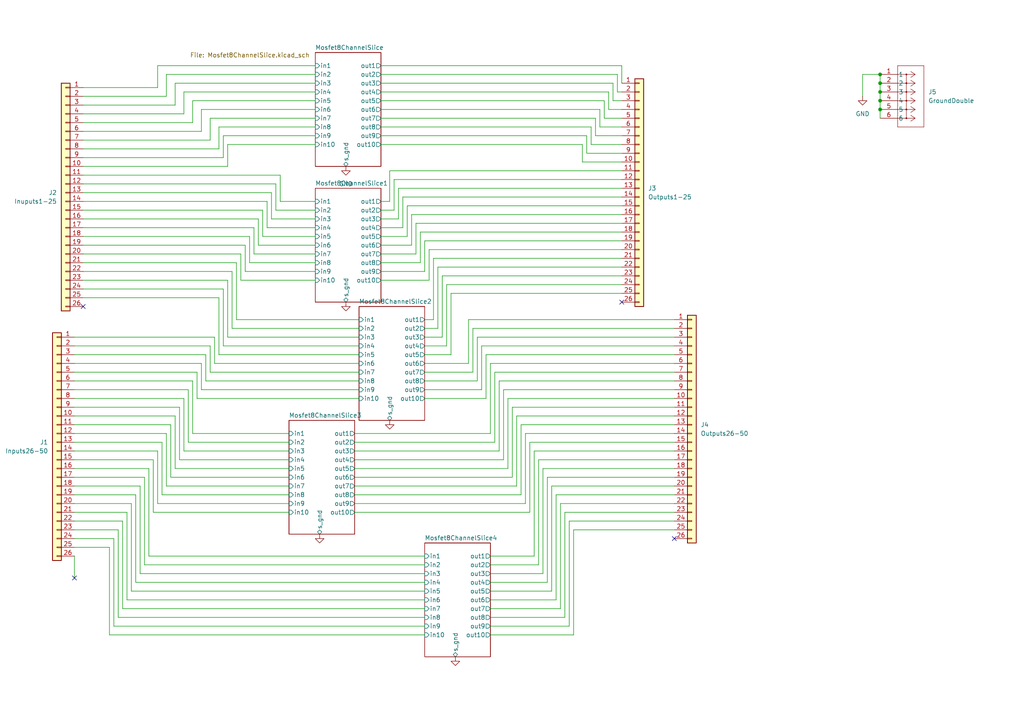
<source format=kicad_sch>
(kicad_sch
	(version 20250114)
	(generator "eeschema")
	(generator_version "9.0")
	(uuid "c071c3dc-fcf2-4a9c-93d2-4680c1b7cb2f")
	(paper "A4")
	(lib_symbols
		(symbol "2025-11-06_20-37-24:8199"
			(pin_names
				(offset 0.254)
			)
			(exclude_from_sim no)
			(in_bom yes)
			(on_board yes)
			(property "Reference" "J"
				(at 8.89 6.35 0)
				(effects
					(font
						(size 1.524 1.524)
					)
				)
			)
			(property "Value" "8199"
				(at 0 0 0)
				(effects
					(font
						(size 1.524 1.524)
					)
				)
			)
			(property "Footprint" "CONN_8199_KEY"
				(at 0 0 0)
				(effects
					(font
						(size 1.27 1.27)
						(italic yes)
					)
					(hide yes)
				)
			)
			(property "Datasheet" "8199"
				(at 0 0 0)
				(effects
					(font
						(size 1.27 1.27)
						(italic yes)
					)
					(hide yes)
				)
			)
			(property "Description" ""
				(at 0 0 0)
				(effects
					(font
						(size 1.27 1.27)
					)
					(hide yes)
				)
			)
			(property "ki_locked" ""
				(at 0 0 0)
				(effects
					(font
						(size 1.27 1.27)
					)
				)
			)
			(property "ki_keywords" "8199"
				(at 0 0 0)
				(effects
					(font
						(size 1.27 1.27)
					)
					(hide yes)
				)
			)
			(property "ki_fp_filters" "CONN_8199_KEY"
				(at 0 0 0)
				(effects
					(font
						(size 1.27 1.27)
					)
					(hide yes)
				)
			)
			(symbol "8199_1_1"
				(polyline
					(pts
						(xy 5.08 2.54) (xy 5.08 -15.24)
					)
					(stroke
						(width 0.127)
						(type default)
					)
					(fill
						(type none)
					)
				)
				(polyline
					(pts
						(xy 5.08 -15.24) (xy 12.7 -15.24)
					)
					(stroke
						(width 0.127)
						(type default)
					)
					(fill
						(type none)
					)
				)
				(polyline
					(pts
						(xy 7.62 0) (xy 7.62 -12.7)
					)
					(stroke
						(width 0.127)
						(type default)
					)
					(fill
						(type none)
					)
				)
				(circle
					(center 7.62 0)
					(radius 0.127)
					(stroke
						(width 0.254)
						(type default)
					)
					(fill
						(type none)
					)
				)
				(circle
					(center 7.62 -2.54)
					(radius 0.127)
					(stroke
						(width 0.254)
						(type default)
					)
					(fill
						(type none)
					)
				)
				(circle
					(center 7.62 -5.08)
					(radius 0.127)
					(stroke
						(width 0.254)
						(type default)
					)
					(fill
						(type none)
					)
				)
				(circle
					(center 7.62 -7.62)
					(radius 0.127)
					(stroke
						(width 0.254)
						(type default)
					)
					(fill
						(type none)
					)
				)
				(circle
					(center 7.62 -10.16)
					(radius 0.127)
					(stroke
						(width 0.254)
						(type default)
					)
					(fill
						(type none)
					)
				)
				(circle
					(center 7.62 -12.7)
					(radius 0.127)
					(stroke
						(width 0.254)
						(type default)
					)
					(fill
						(type none)
					)
				)
				(polyline
					(pts
						(xy 10.16 0) (xy 5.08 0)
					)
					(stroke
						(width 0.127)
						(type default)
					)
					(fill
						(type none)
					)
				)
				(polyline
					(pts
						(xy 10.16 0) (xy 8.89 0.8467)
					)
					(stroke
						(width 0.127)
						(type default)
					)
					(fill
						(type none)
					)
				)
				(polyline
					(pts
						(xy 10.16 0) (xy 8.89 -0.8467)
					)
					(stroke
						(width 0.127)
						(type default)
					)
					(fill
						(type none)
					)
				)
				(polyline
					(pts
						(xy 10.16 -2.54) (xy 5.08 -2.54)
					)
					(stroke
						(width 0.127)
						(type default)
					)
					(fill
						(type none)
					)
				)
				(polyline
					(pts
						(xy 10.16 -2.54) (xy 8.89 -1.6933)
					)
					(stroke
						(width 0.127)
						(type default)
					)
					(fill
						(type none)
					)
				)
				(polyline
					(pts
						(xy 10.16 -2.54) (xy 8.89 -3.3867)
					)
					(stroke
						(width 0.127)
						(type default)
					)
					(fill
						(type none)
					)
				)
				(polyline
					(pts
						(xy 10.16 -5.08) (xy 5.08 -5.08)
					)
					(stroke
						(width 0.127)
						(type default)
					)
					(fill
						(type none)
					)
				)
				(polyline
					(pts
						(xy 10.16 -5.08) (xy 8.89 -4.2333)
					)
					(stroke
						(width 0.127)
						(type default)
					)
					(fill
						(type none)
					)
				)
				(polyline
					(pts
						(xy 10.16 -5.08) (xy 8.89 -5.9267)
					)
					(stroke
						(width 0.127)
						(type default)
					)
					(fill
						(type none)
					)
				)
				(polyline
					(pts
						(xy 10.16 -7.62) (xy 5.08 -7.62)
					)
					(stroke
						(width 0.127)
						(type default)
					)
					(fill
						(type none)
					)
				)
				(polyline
					(pts
						(xy 10.16 -7.62) (xy 8.89 -6.7733)
					)
					(stroke
						(width 0.127)
						(type default)
					)
					(fill
						(type none)
					)
				)
				(polyline
					(pts
						(xy 10.16 -7.62) (xy 8.89 -8.4667)
					)
					(stroke
						(width 0.127)
						(type default)
					)
					(fill
						(type none)
					)
				)
				(polyline
					(pts
						(xy 10.16 -10.16) (xy 5.08 -10.16)
					)
					(stroke
						(width 0.127)
						(type default)
					)
					(fill
						(type none)
					)
				)
				(polyline
					(pts
						(xy 10.16 -10.16) (xy 8.89 -9.3133)
					)
					(stroke
						(width 0.127)
						(type default)
					)
					(fill
						(type none)
					)
				)
				(polyline
					(pts
						(xy 10.16 -10.16) (xy 8.89 -11.0067)
					)
					(stroke
						(width 0.127)
						(type default)
					)
					(fill
						(type none)
					)
				)
				(polyline
					(pts
						(xy 10.16 -12.7) (xy 5.08 -12.7)
					)
					(stroke
						(width 0.127)
						(type default)
					)
					(fill
						(type none)
					)
				)
				(polyline
					(pts
						(xy 10.16 -12.7) (xy 8.89 -11.8533)
					)
					(stroke
						(width 0.127)
						(type default)
					)
					(fill
						(type none)
					)
				)
				(polyline
					(pts
						(xy 10.16 -12.7) (xy 8.89 -13.5467)
					)
					(stroke
						(width 0.127)
						(type default)
					)
					(fill
						(type none)
					)
				)
				(polyline
					(pts
						(xy 12.7 2.54) (xy 5.08 2.54)
					)
					(stroke
						(width 0.127)
						(type default)
					)
					(fill
						(type none)
					)
				)
				(polyline
					(pts
						(xy 12.7 -15.24) (xy 12.7 2.54)
					)
					(stroke
						(width 0.127)
						(type default)
					)
					(fill
						(type none)
					)
				)
				(pin unspecified line
					(at 0 0 0)
					(length 5.08)
					(name "1"
						(effects
							(font
								(size 1.27 1.27)
							)
						)
					)
					(number "1"
						(effects
							(font
								(size 1.27 1.27)
							)
						)
					)
				)
				(pin unspecified line
					(at 0 -2.54 0)
					(length 5.08)
					(name "2"
						(effects
							(font
								(size 1.27 1.27)
							)
						)
					)
					(number "2"
						(effects
							(font
								(size 1.27 1.27)
							)
						)
					)
				)
				(pin unspecified line
					(at 0 -5.08 0)
					(length 5.08)
					(name "3"
						(effects
							(font
								(size 1.27 1.27)
							)
						)
					)
					(number "3"
						(effects
							(font
								(size 1.27 1.27)
							)
						)
					)
				)
				(pin unspecified line
					(at 0 -7.62 0)
					(length 5.08)
					(name "4"
						(effects
							(font
								(size 1.27 1.27)
							)
						)
					)
					(number "4"
						(effects
							(font
								(size 1.27 1.27)
							)
						)
					)
				)
				(pin unspecified line
					(at 0 -10.16 0)
					(length 5.08)
					(name "5"
						(effects
							(font
								(size 1.27 1.27)
							)
						)
					)
					(number "5"
						(effects
							(font
								(size 1.27 1.27)
							)
						)
					)
				)
				(pin unspecified line
					(at 0 -12.7 0)
					(length 5.08)
					(name "6"
						(effects
							(font
								(size 1.27 1.27)
							)
						)
					)
					(number "6"
						(effects
							(font
								(size 1.27 1.27)
							)
						)
					)
				)
			)
			(symbol "8199_1_2"
				(polyline
					(pts
						(xy 5.08 2.54) (xy 5.08 -15.24)
					)
					(stroke
						(width 0.127)
						(type default)
					)
					(fill
						(type none)
					)
				)
				(polyline
					(pts
						(xy 5.08 -15.24) (xy 12.7 -15.24)
					)
					(stroke
						(width 0.127)
						(type default)
					)
					(fill
						(type none)
					)
				)
				(polyline
					(pts
						(xy 6.35 0) (xy 6.35 -12.7)
					)
					(stroke
						(width 0.127)
						(type default)
					)
					(fill
						(type none)
					)
				)
				(circle
					(center 6.35 0)
					(radius 0.127)
					(stroke
						(width 0.254)
						(type default)
					)
					(fill
						(type none)
					)
				)
				(circle
					(center 6.35 -2.54)
					(radius 0.127)
					(stroke
						(width 0.254)
						(type default)
					)
					(fill
						(type none)
					)
				)
				(circle
					(center 6.35 -5.08)
					(radius 0.127)
					(stroke
						(width 0.254)
						(type default)
					)
					(fill
						(type none)
					)
				)
				(circle
					(center 6.35 -7.62)
					(radius 0.127)
					(stroke
						(width 0.254)
						(type default)
					)
					(fill
						(type none)
					)
				)
				(circle
					(center 6.35 -10.16)
					(radius 0.127)
					(stroke
						(width 0.254)
						(type default)
					)
					(fill
						(type none)
					)
				)
				(circle
					(center 6.35 -12.7)
					(radius 0.127)
					(stroke
						(width 0.254)
						(type default)
					)
					(fill
						(type none)
					)
				)
				(polyline
					(pts
						(xy 7.62 0) (xy 5.08 0)
					)
					(stroke
						(width 0.127)
						(type default)
					)
					(fill
						(type none)
					)
				)
				(polyline
					(pts
						(xy 7.62 0) (xy 8.89 0.8467)
					)
					(stroke
						(width 0.127)
						(type default)
					)
					(fill
						(type none)
					)
				)
				(polyline
					(pts
						(xy 7.62 0) (xy 8.89 -0.8467)
					)
					(stroke
						(width 0.127)
						(type default)
					)
					(fill
						(type none)
					)
				)
				(polyline
					(pts
						(xy 7.62 -2.54) (xy 5.08 -2.54)
					)
					(stroke
						(width 0.127)
						(type default)
					)
					(fill
						(type none)
					)
				)
				(polyline
					(pts
						(xy 7.62 -2.54) (xy 8.89 -1.6933)
					)
					(stroke
						(width 0.127)
						(type default)
					)
					(fill
						(type none)
					)
				)
				(polyline
					(pts
						(xy 7.62 -2.54) (xy 8.89 -3.3867)
					)
					(stroke
						(width 0.127)
						(type default)
					)
					(fill
						(type none)
					)
				)
				(polyline
					(pts
						(xy 7.62 -5.08) (xy 5.08 -5.08)
					)
					(stroke
						(width 0.127)
						(type default)
					)
					(fill
						(type none)
					)
				)
				(polyline
					(pts
						(xy 7.62 -5.08) (xy 8.89 -4.2333)
					)
					(stroke
						(width 0.127)
						(type default)
					)
					(fill
						(type none)
					)
				)
				(polyline
					(pts
						(xy 7.62 -5.08) (xy 8.89 -5.9267)
					)
					(stroke
						(width 0.127)
						(type default)
					)
					(fill
						(type none)
					)
				)
				(polyline
					(pts
						(xy 7.62 -7.62) (xy 5.08 -7.62)
					)
					(stroke
						(width 0.127)
						(type default)
					)
					(fill
						(type none)
					)
				)
				(polyline
					(pts
						(xy 7.62 -7.62) (xy 8.89 -6.7733)
					)
					(stroke
						(width 0.127)
						(type default)
					)
					(fill
						(type none)
					)
				)
				(polyline
					(pts
						(xy 7.62 -7.62) (xy 8.89 -8.4667)
					)
					(stroke
						(width 0.127)
						(type default)
					)
					(fill
						(type none)
					)
				)
				(polyline
					(pts
						(xy 7.62 -10.16) (xy 5.08 -10.16)
					)
					(stroke
						(width 0.127)
						(type default)
					)
					(fill
						(type none)
					)
				)
				(polyline
					(pts
						(xy 7.62 -10.16) (xy 8.89 -9.3133)
					)
					(stroke
						(width 0.127)
						(type default)
					)
					(fill
						(type none)
					)
				)
				(polyline
					(pts
						(xy 7.62 -10.16) (xy 8.89 -11.0067)
					)
					(stroke
						(width 0.127)
						(type default)
					)
					(fill
						(type none)
					)
				)
				(polyline
					(pts
						(xy 7.62 -12.7) (xy 5.08 -12.7)
					)
					(stroke
						(width 0.127)
						(type default)
					)
					(fill
						(type none)
					)
				)
				(polyline
					(pts
						(xy 7.62 -12.7) (xy 8.89 -11.8533)
					)
					(stroke
						(width 0.127)
						(type default)
					)
					(fill
						(type none)
					)
				)
				(polyline
					(pts
						(xy 7.62 -12.7) (xy 8.89 -13.5467)
					)
					(stroke
						(width 0.127)
						(type default)
					)
					(fill
						(type none)
					)
				)
				(polyline
					(pts
						(xy 12.7 2.54) (xy 5.08 2.54)
					)
					(stroke
						(width 0.127)
						(type default)
					)
					(fill
						(type none)
					)
				)
				(polyline
					(pts
						(xy 12.7 -15.24) (xy 12.7 2.54)
					)
					(stroke
						(width 0.127)
						(type default)
					)
					(fill
						(type none)
					)
				)
				(pin unspecified line
					(at 0 0 0)
					(length 5.08)
					(name "1"
						(effects
							(font
								(size 1.27 1.27)
							)
						)
					)
					(number "1"
						(effects
							(font
								(size 1.27 1.27)
							)
						)
					)
				)
				(pin unspecified line
					(at 0 -2.54 0)
					(length 5.08)
					(name "2"
						(effects
							(font
								(size 1.27 1.27)
							)
						)
					)
					(number "2"
						(effects
							(font
								(size 1.27 1.27)
							)
						)
					)
				)
				(pin unspecified line
					(at 0 -5.08 0)
					(length 5.08)
					(name "3"
						(effects
							(font
								(size 1.27 1.27)
							)
						)
					)
					(number "3"
						(effects
							(font
								(size 1.27 1.27)
							)
						)
					)
				)
				(pin unspecified line
					(at 0 -7.62 0)
					(length 5.08)
					(name "4"
						(effects
							(font
								(size 1.27 1.27)
							)
						)
					)
					(number "4"
						(effects
							(font
								(size 1.27 1.27)
							)
						)
					)
				)
				(pin unspecified line
					(at 0 -10.16 0)
					(length 5.08)
					(name "5"
						(effects
							(font
								(size 1.27 1.27)
							)
						)
					)
					(number "5"
						(effects
							(font
								(size 1.27 1.27)
							)
						)
					)
				)
				(pin unspecified line
					(at 0 -12.7 0)
					(length 5.08)
					(name "6"
						(effects
							(font
								(size 1.27 1.27)
							)
						)
					)
					(number "6"
						(effects
							(font
								(size 1.27 1.27)
							)
						)
					)
				)
			)
			(embedded_fonts no)
		)
		(symbol "Connector_Generic:Conn_01x26"
			(pin_names
				(offset 1.016)
				(hide yes)
			)
			(exclude_from_sim no)
			(in_bom yes)
			(on_board yes)
			(property "Reference" "J"
				(at 0 33.02 0)
				(effects
					(font
						(size 1.27 1.27)
					)
				)
			)
			(property "Value" "Conn_01x26"
				(at 0 -35.56 0)
				(effects
					(font
						(size 1.27 1.27)
					)
				)
			)
			(property "Footprint" ""
				(at 0 0 0)
				(effects
					(font
						(size 1.27 1.27)
					)
					(hide yes)
				)
			)
			(property "Datasheet" "~"
				(at 0 0 0)
				(effects
					(font
						(size 1.27 1.27)
					)
					(hide yes)
				)
			)
			(property "Description" "Generic connector, single row, 01x26, script generated (kicad-library-utils/schlib/autogen/connector/)"
				(at 0 0 0)
				(effects
					(font
						(size 1.27 1.27)
					)
					(hide yes)
				)
			)
			(property "ki_keywords" "connector"
				(at 0 0 0)
				(effects
					(font
						(size 1.27 1.27)
					)
					(hide yes)
				)
			)
			(property "ki_fp_filters" "Connector*:*_1x??_*"
				(at 0 0 0)
				(effects
					(font
						(size 1.27 1.27)
					)
					(hide yes)
				)
			)
			(symbol "Conn_01x26_1_1"
				(rectangle
					(start -1.27 31.75)
					(end 1.27 -34.29)
					(stroke
						(width 0.254)
						(type default)
					)
					(fill
						(type background)
					)
				)
				(rectangle
					(start -1.27 30.607)
					(end 0 30.353)
					(stroke
						(width 0.1524)
						(type default)
					)
					(fill
						(type none)
					)
				)
				(rectangle
					(start -1.27 28.067)
					(end 0 27.813)
					(stroke
						(width 0.1524)
						(type default)
					)
					(fill
						(type none)
					)
				)
				(rectangle
					(start -1.27 25.527)
					(end 0 25.273)
					(stroke
						(width 0.1524)
						(type default)
					)
					(fill
						(type none)
					)
				)
				(rectangle
					(start -1.27 22.987)
					(end 0 22.733)
					(stroke
						(width 0.1524)
						(type default)
					)
					(fill
						(type none)
					)
				)
				(rectangle
					(start -1.27 20.447)
					(end 0 20.193)
					(stroke
						(width 0.1524)
						(type default)
					)
					(fill
						(type none)
					)
				)
				(rectangle
					(start -1.27 17.907)
					(end 0 17.653)
					(stroke
						(width 0.1524)
						(type default)
					)
					(fill
						(type none)
					)
				)
				(rectangle
					(start -1.27 15.367)
					(end 0 15.113)
					(stroke
						(width 0.1524)
						(type default)
					)
					(fill
						(type none)
					)
				)
				(rectangle
					(start -1.27 12.827)
					(end 0 12.573)
					(stroke
						(width 0.1524)
						(type default)
					)
					(fill
						(type none)
					)
				)
				(rectangle
					(start -1.27 10.287)
					(end 0 10.033)
					(stroke
						(width 0.1524)
						(type default)
					)
					(fill
						(type none)
					)
				)
				(rectangle
					(start -1.27 7.747)
					(end 0 7.493)
					(stroke
						(width 0.1524)
						(type default)
					)
					(fill
						(type none)
					)
				)
				(rectangle
					(start -1.27 5.207)
					(end 0 4.953)
					(stroke
						(width 0.1524)
						(type default)
					)
					(fill
						(type none)
					)
				)
				(rectangle
					(start -1.27 2.667)
					(end 0 2.413)
					(stroke
						(width 0.1524)
						(type default)
					)
					(fill
						(type none)
					)
				)
				(rectangle
					(start -1.27 0.127)
					(end 0 -0.127)
					(stroke
						(width 0.1524)
						(type default)
					)
					(fill
						(type none)
					)
				)
				(rectangle
					(start -1.27 -2.413)
					(end 0 -2.667)
					(stroke
						(width 0.1524)
						(type default)
					)
					(fill
						(type none)
					)
				)
				(rectangle
					(start -1.27 -4.953)
					(end 0 -5.207)
					(stroke
						(width 0.1524)
						(type default)
					)
					(fill
						(type none)
					)
				)
				(rectangle
					(start -1.27 -7.493)
					(end 0 -7.747)
					(stroke
						(width 0.1524)
						(type default)
					)
					(fill
						(type none)
					)
				)
				(rectangle
					(start -1.27 -10.033)
					(end 0 -10.287)
					(stroke
						(width 0.1524)
						(type default)
					)
					(fill
						(type none)
					)
				)
				(rectangle
					(start -1.27 -12.573)
					(end 0 -12.827)
					(stroke
						(width 0.1524)
						(type default)
					)
					(fill
						(type none)
					)
				)
				(rectangle
					(start -1.27 -15.113)
					(end 0 -15.367)
					(stroke
						(width 0.1524)
						(type default)
					)
					(fill
						(type none)
					)
				)
				(rectangle
					(start -1.27 -17.653)
					(end 0 -17.907)
					(stroke
						(width 0.1524)
						(type default)
					)
					(fill
						(type none)
					)
				)
				(rectangle
					(start -1.27 -20.193)
					(end 0 -20.447)
					(stroke
						(width 0.1524)
						(type default)
					)
					(fill
						(type none)
					)
				)
				(rectangle
					(start -1.27 -22.733)
					(end 0 -22.987)
					(stroke
						(width 0.1524)
						(type default)
					)
					(fill
						(type none)
					)
				)
				(rectangle
					(start -1.27 -25.273)
					(end 0 -25.527)
					(stroke
						(width 0.1524)
						(type default)
					)
					(fill
						(type none)
					)
				)
				(rectangle
					(start -1.27 -27.813)
					(end 0 -28.067)
					(stroke
						(width 0.1524)
						(type default)
					)
					(fill
						(type none)
					)
				)
				(rectangle
					(start -1.27 -30.353)
					(end 0 -30.607)
					(stroke
						(width 0.1524)
						(type default)
					)
					(fill
						(type none)
					)
				)
				(rectangle
					(start -1.27 -32.893)
					(end 0 -33.147)
					(stroke
						(width 0.1524)
						(type default)
					)
					(fill
						(type none)
					)
				)
				(pin passive line
					(at -5.08 30.48 0)
					(length 3.81)
					(name "Pin_1"
						(effects
							(font
								(size 1.27 1.27)
							)
						)
					)
					(number "1"
						(effects
							(font
								(size 1.27 1.27)
							)
						)
					)
				)
				(pin passive line
					(at -5.08 27.94 0)
					(length 3.81)
					(name "Pin_2"
						(effects
							(font
								(size 1.27 1.27)
							)
						)
					)
					(number "2"
						(effects
							(font
								(size 1.27 1.27)
							)
						)
					)
				)
				(pin passive line
					(at -5.08 25.4 0)
					(length 3.81)
					(name "Pin_3"
						(effects
							(font
								(size 1.27 1.27)
							)
						)
					)
					(number "3"
						(effects
							(font
								(size 1.27 1.27)
							)
						)
					)
				)
				(pin passive line
					(at -5.08 22.86 0)
					(length 3.81)
					(name "Pin_4"
						(effects
							(font
								(size 1.27 1.27)
							)
						)
					)
					(number "4"
						(effects
							(font
								(size 1.27 1.27)
							)
						)
					)
				)
				(pin passive line
					(at -5.08 20.32 0)
					(length 3.81)
					(name "Pin_5"
						(effects
							(font
								(size 1.27 1.27)
							)
						)
					)
					(number "5"
						(effects
							(font
								(size 1.27 1.27)
							)
						)
					)
				)
				(pin passive line
					(at -5.08 17.78 0)
					(length 3.81)
					(name "Pin_6"
						(effects
							(font
								(size 1.27 1.27)
							)
						)
					)
					(number "6"
						(effects
							(font
								(size 1.27 1.27)
							)
						)
					)
				)
				(pin passive line
					(at -5.08 15.24 0)
					(length 3.81)
					(name "Pin_7"
						(effects
							(font
								(size 1.27 1.27)
							)
						)
					)
					(number "7"
						(effects
							(font
								(size 1.27 1.27)
							)
						)
					)
				)
				(pin passive line
					(at -5.08 12.7 0)
					(length 3.81)
					(name "Pin_8"
						(effects
							(font
								(size 1.27 1.27)
							)
						)
					)
					(number "8"
						(effects
							(font
								(size 1.27 1.27)
							)
						)
					)
				)
				(pin passive line
					(at -5.08 10.16 0)
					(length 3.81)
					(name "Pin_9"
						(effects
							(font
								(size 1.27 1.27)
							)
						)
					)
					(number "9"
						(effects
							(font
								(size 1.27 1.27)
							)
						)
					)
				)
				(pin passive line
					(at -5.08 7.62 0)
					(length 3.81)
					(name "Pin_10"
						(effects
							(font
								(size 1.27 1.27)
							)
						)
					)
					(number "10"
						(effects
							(font
								(size 1.27 1.27)
							)
						)
					)
				)
				(pin passive line
					(at -5.08 5.08 0)
					(length 3.81)
					(name "Pin_11"
						(effects
							(font
								(size 1.27 1.27)
							)
						)
					)
					(number "11"
						(effects
							(font
								(size 1.27 1.27)
							)
						)
					)
				)
				(pin passive line
					(at -5.08 2.54 0)
					(length 3.81)
					(name "Pin_12"
						(effects
							(font
								(size 1.27 1.27)
							)
						)
					)
					(number "12"
						(effects
							(font
								(size 1.27 1.27)
							)
						)
					)
				)
				(pin passive line
					(at -5.08 0 0)
					(length 3.81)
					(name "Pin_13"
						(effects
							(font
								(size 1.27 1.27)
							)
						)
					)
					(number "13"
						(effects
							(font
								(size 1.27 1.27)
							)
						)
					)
				)
				(pin passive line
					(at -5.08 -2.54 0)
					(length 3.81)
					(name "Pin_14"
						(effects
							(font
								(size 1.27 1.27)
							)
						)
					)
					(number "14"
						(effects
							(font
								(size 1.27 1.27)
							)
						)
					)
				)
				(pin passive line
					(at -5.08 -5.08 0)
					(length 3.81)
					(name "Pin_15"
						(effects
							(font
								(size 1.27 1.27)
							)
						)
					)
					(number "15"
						(effects
							(font
								(size 1.27 1.27)
							)
						)
					)
				)
				(pin passive line
					(at -5.08 -7.62 0)
					(length 3.81)
					(name "Pin_16"
						(effects
							(font
								(size 1.27 1.27)
							)
						)
					)
					(number "16"
						(effects
							(font
								(size 1.27 1.27)
							)
						)
					)
				)
				(pin passive line
					(at -5.08 -10.16 0)
					(length 3.81)
					(name "Pin_17"
						(effects
							(font
								(size 1.27 1.27)
							)
						)
					)
					(number "17"
						(effects
							(font
								(size 1.27 1.27)
							)
						)
					)
				)
				(pin passive line
					(at -5.08 -12.7 0)
					(length 3.81)
					(name "Pin_18"
						(effects
							(font
								(size 1.27 1.27)
							)
						)
					)
					(number "18"
						(effects
							(font
								(size 1.27 1.27)
							)
						)
					)
				)
				(pin passive line
					(at -5.08 -15.24 0)
					(length 3.81)
					(name "Pin_19"
						(effects
							(font
								(size 1.27 1.27)
							)
						)
					)
					(number "19"
						(effects
							(font
								(size 1.27 1.27)
							)
						)
					)
				)
				(pin passive line
					(at -5.08 -17.78 0)
					(length 3.81)
					(name "Pin_20"
						(effects
							(font
								(size 1.27 1.27)
							)
						)
					)
					(number "20"
						(effects
							(font
								(size 1.27 1.27)
							)
						)
					)
				)
				(pin passive line
					(at -5.08 -20.32 0)
					(length 3.81)
					(name "Pin_21"
						(effects
							(font
								(size 1.27 1.27)
							)
						)
					)
					(number "21"
						(effects
							(font
								(size 1.27 1.27)
							)
						)
					)
				)
				(pin passive line
					(at -5.08 -22.86 0)
					(length 3.81)
					(name "Pin_22"
						(effects
							(font
								(size 1.27 1.27)
							)
						)
					)
					(number "22"
						(effects
							(font
								(size 1.27 1.27)
							)
						)
					)
				)
				(pin passive line
					(at -5.08 -25.4 0)
					(length 3.81)
					(name "Pin_23"
						(effects
							(font
								(size 1.27 1.27)
							)
						)
					)
					(number "23"
						(effects
							(font
								(size 1.27 1.27)
							)
						)
					)
				)
				(pin passive line
					(at -5.08 -27.94 0)
					(length 3.81)
					(name "Pin_24"
						(effects
							(font
								(size 1.27 1.27)
							)
						)
					)
					(number "24"
						(effects
							(font
								(size 1.27 1.27)
							)
						)
					)
				)
				(pin passive line
					(at -5.08 -30.48 0)
					(length 3.81)
					(name "Pin_25"
						(effects
							(font
								(size 1.27 1.27)
							)
						)
					)
					(number "25"
						(effects
							(font
								(size 1.27 1.27)
							)
						)
					)
				)
				(pin passive line
					(at -5.08 -33.02 0)
					(length 3.81)
					(name "Pin_26"
						(effects
							(font
								(size 1.27 1.27)
							)
						)
					)
					(number "26"
						(effects
							(font
								(size 1.27 1.27)
							)
						)
					)
				)
			)
			(embedded_fonts no)
		)
		(symbol "power:GND"
			(power)
			(pin_numbers
				(hide yes)
			)
			(pin_names
				(offset 0)
				(hide yes)
			)
			(exclude_from_sim no)
			(in_bom yes)
			(on_board yes)
			(property "Reference" "#PWR"
				(at 0 -6.35 0)
				(effects
					(font
						(size 1.27 1.27)
					)
					(hide yes)
				)
			)
			(property "Value" "GND"
				(at 0 -3.81 0)
				(effects
					(font
						(size 1.27 1.27)
					)
				)
			)
			(property "Footprint" ""
				(at 0 0 0)
				(effects
					(font
						(size 1.27 1.27)
					)
					(hide yes)
				)
			)
			(property "Datasheet" ""
				(at 0 0 0)
				(effects
					(font
						(size 1.27 1.27)
					)
					(hide yes)
				)
			)
			(property "Description" "Power symbol creates a global label with name \"GND\" , ground"
				(at 0 0 0)
				(effects
					(font
						(size 1.27 1.27)
					)
					(hide yes)
				)
			)
			(property "ki_keywords" "global power"
				(at 0 0 0)
				(effects
					(font
						(size 1.27 1.27)
					)
					(hide yes)
				)
			)
			(symbol "GND_0_1"
				(polyline
					(pts
						(xy 0 0) (xy 0 -1.27) (xy 1.27 -1.27) (xy 0 -2.54) (xy -1.27 -1.27) (xy 0 -1.27)
					)
					(stroke
						(width 0)
						(type default)
					)
					(fill
						(type none)
					)
				)
			)
			(symbol "GND_1_1"
				(pin power_in line
					(at 0 0 270)
					(length 0)
					(name "~"
						(effects
							(font
								(size 1.27 1.27)
							)
						)
					)
					(number "1"
						(effects
							(font
								(size 1.27 1.27)
							)
						)
					)
				)
			)
			(embedded_fonts no)
		)
	)
	(junction
		(at 255.27 29.21)
		(diameter 0)
		(color 0 0 0 0)
		(uuid "bccbe69d-8968-4ef6-b369-d4a45af6c758")
	)
	(junction
		(at 255.27 21.59)
		(diameter 0)
		(color 0 0 0 0)
		(uuid "c06bbbbf-d3f4-472c-92a5-73ba556d29e6")
	)
	(junction
		(at 255.27 24.13)
		(diameter 0)
		(color 0 0 0 0)
		(uuid "e3b58d7f-9fe2-4e06-abb3-d3c385c8bbb8")
	)
	(junction
		(at 255.27 31.75)
		(diameter 0)
		(color 0 0 0 0)
		(uuid "f8e19372-a6aa-4579-9c44-b621fcb5de9d")
	)
	(junction
		(at 255.27 26.67)
		(diameter 0)
		(color 0 0 0 0)
		(uuid "f9843a5b-56f2-4d3d-9b99-8a86cb76def7")
	)
	(no_connect
		(at 195.58 156.21)
		(uuid "1668fdcc-737f-4b0f-ae7c-186b04cf5e8f")
	)
	(no_connect
		(at 24.13 88.9)
		(uuid "3e52e2dc-2b76-4375-bc95-9bae119ee977")
	)
	(no_connect
		(at 21.59 167.64)
		(uuid "4264934b-59df-4007-8c96-55adbc8ed199")
	)
	(no_connect
		(at 180.34 87.63)
		(uuid "a6d55166-1c23-440c-aee0-86057cd1020d")
	)
	(wire
		(pts
			(xy 153.67 148.59) (xy 102.87 148.59)
		)
		(stroke
			(width 0)
			(type default)
		)
		(uuid "0010f7ef-8f75-413c-aa13-62847bb6d989")
	)
	(wire
		(pts
			(xy 80.01 53.34) (xy 80.01 60.96)
		)
		(stroke
			(width 0)
			(type default)
		)
		(uuid "00369221-1524-4a86-9f28-a91cf4d988af")
	)
	(wire
		(pts
			(xy 21.59 118.11) (xy 52.07 118.11)
		)
		(stroke
			(width 0)
			(type default)
		)
		(uuid "02d48ce9-6ff0-4b5e-9e79-7cf32f64fa87")
	)
	(wire
		(pts
			(xy 172.72 34.29) (xy 172.72 39.37)
		)
		(stroke
			(width 0)
			(type default)
		)
		(uuid "038c5998-e0e8-44cb-8ccf-7e072f4584bc")
	)
	(wire
		(pts
			(xy 63.5 43.18) (xy 63.5 36.83)
		)
		(stroke
			(width 0)
			(type default)
		)
		(uuid "084cb448-75e7-4a36-917b-6277df801840")
	)
	(wire
		(pts
			(xy 135.89 92.71) (xy 195.58 92.71)
		)
		(stroke
			(width 0)
			(type default)
		)
		(uuid "0885ff41-131b-47d3-8e96-c0fb745befe3")
	)
	(wire
		(pts
			(xy 104.14 95.25) (xy 67.31 95.25)
		)
		(stroke
			(width 0)
			(type default)
		)
		(uuid "0940535f-9793-4404-adb3-6598ad903843")
	)
	(wire
		(pts
			(xy 173.99 36.83) (xy 173.99 31.75)
		)
		(stroke
			(width 0)
			(type default)
		)
		(uuid "0967f1ca-362b-4543-96da-c7660c96163d")
	)
	(wire
		(pts
			(xy 44.45 148.59) (xy 83.82 148.59)
		)
		(stroke
			(width 0)
			(type default)
		)
		(uuid "0abf2fb8-fe8a-4c89-8239-9c56d96da189")
	)
	(wire
		(pts
			(xy 180.34 36.83) (xy 173.99 36.83)
		)
		(stroke
			(width 0)
			(type default)
		)
		(uuid "0af2ada7-3a55-44fd-873b-29287c8804f1")
	)
	(wire
		(pts
			(xy 40.64 140.97) (xy 40.64 166.37)
		)
		(stroke
			(width 0)
			(type default)
		)
		(uuid "0bc33953-9d7d-4d87-88f1-9c7878da9f63")
	)
	(wire
		(pts
			(xy 64.77 39.37) (xy 64.77 45.72)
		)
		(stroke
			(width 0)
			(type default)
		)
		(uuid "0cc98302-b925-4445-a216-ba62c6239ab6")
	)
	(wire
		(pts
			(xy 195.58 100.33) (xy 139.7 100.33)
		)
		(stroke
			(width 0)
			(type default)
		)
		(uuid "0cecb3d6-8f52-434f-928d-a7578549467b")
	)
	(wire
		(pts
			(xy 21.59 123.19) (xy 49.53 123.19)
		)
		(stroke
			(width 0)
			(type default)
		)
		(uuid "0dd2494d-6272-4cc9-853a-520a4a27e1c9")
	)
	(wire
		(pts
			(xy 40.64 166.37) (xy 123.19 166.37)
		)
		(stroke
			(width 0)
			(type default)
		)
		(uuid "0de681d7-73d6-4f13-8c3d-09db99f22c0b")
	)
	(wire
		(pts
			(xy 110.49 39.37) (xy 170.18 39.37)
		)
		(stroke
			(width 0)
			(type default)
		)
		(uuid "0ec67cd6-6d32-49b2-a75a-c990d1578f75")
	)
	(wire
		(pts
			(xy 44.45 133.35) (xy 44.45 148.59)
		)
		(stroke
			(width 0)
			(type default)
		)
		(uuid "0f1f1492-d6f7-44f1-b2bd-dc21cc8ac62b")
	)
	(wire
		(pts
			(xy 43.18 135.89) (xy 43.18 161.29)
		)
		(stroke
			(width 0)
			(type default)
		)
		(uuid "0f354a55-696c-4ec2-8506-5c11046e2845")
	)
	(wire
		(pts
			(xy 91.44 78.74) (xy 71.12 78.74)
		)
		(stroke
			(width 0)
			(type default)
		)
		(uuid "102ecb4a-241b-4846-8bfb-0ce12313326c")
	)
	(wire
		(pts
			(xy 91.44 73.66) (xy 73.66 73.66)
		)
		(stroke
			(width 0)
			(type default)
		)
		(uuid "112884f2-e045-4ffc-a80b-b4bbc8855158")
	)
	(wire
		(pts
			(xy 110.49 34.29) (xy 172.72 34.29)
		)
		(stroke
			(width 0)
			(type default)
		)
		(uuid "123c8276-7e6f-40d6-9c2c-0e316f309b4d")
	)
	(wire
		(pts
			(xy 110.49 58.42) (xy 113.03 58.42)
		)
		(stroke
			(width 0)
			(type default)
		)
		(uuid "1470b76a-4669-45cc-887b-5bcb1358e9cd")
	)
	(wire
		(pts
			(xy 24.13 73.66) (xy 69.85 73.66)
		)
		(stroke
			(width 0)
			(type default)
		)
		(uuid "14932452-ebab-4df8-8cb0-1531fdbe835d")
	)
	(wire
		(pts
			(xy 176.53 26.67) (xy 176.53 31.75)
		)
		(stroke
			(width 0)
			(type default)
		)
		(uuid "150e3927-dc4b-462a-8435-c7e91a696b0f")
	)
	(wire
		(pts
			(xy 24.13 68.58) (xy 72.39 68.58)
		)
		(stroke
			(width 0)
			(type default)
		)
		(uuid "160c6dbd-c65a-4615-ab62-9e92d9daa0ef")
	)
	(wire
		(pts
			(xy 45.72 19.05) (xy 91.44 19.05)
		)
		(stroke
			(width 0)
			(type default)
		)
		(uuid "17193ce8-b6f3-4764-86d7-76269cc88c49")
	)
	(wire
		(pts
			(xy 71.12 78.74) (xy 71.12 71.12)
		)
		(stroke
			(width 0)
			(type default)
		)
		(uuid "173c1e78-f686-4f23-9f7d-125dfaf6e8fa")
	)
	(wire
		(pts
			(xy 123.19 95.25) (xy 127 95.25)
		)
		(stroke
			(width 0)
			(type default)
		)
		(uuid "18190cee-40c2-44f0-8507-7df0ea1d5f1f")
	)
	(wire
		(pts
			(xy 54.61 113.03) (xy 54.61 128.27)
		)
		(stroke
			(width 0)
			(type default)
		)
		(uuid "1867300c-e3df-4823-9ce4-5a2f734fee48")
	)
	(wire
		(pts
			(xy 118.11 59.69) (xy 180.34 59.69)
		)
		(stroke
			(width 0)
			(type default)
		)
		(uuid "1c4228aa-8816-491f-b3ba-d2898dad347a")
	)
	(wire
		(pts
			(xy 125.73 92.71) (xy 125.73 74.93)
		)
		(stroke
			(width 0)
			(type default)
		)
		(uuid "1d5fe3ed-3f1b-4b18-a281-f6cf71179aa3")
	)
	(wire
		(pts
			(xy 53.34 26.67) (xy 91.44 26.67)
		)
		(stroke
			(width 0)
			(type default)
		)
		(uuid "1e2f71c4-d9b9-487a-8526-a3b7205e322f")
	)
	(wire
		(pts
			(xy 120.65 64.77) (xy 180.34 64.77)
		)
		(stroke
			(width 0)
			(type default)
		)
		(uuid "1f84ecbf-0d9b-40ea-aeef-6854abf3aab6")
	)
	(wire
		(pts
			(xy 57.15 107.95) (xy 21.59 107.95)
		)
		(stroke
			(width 0)
			(type default)
		)
		(uuid "1f8ad29d-1243-45ff-97eb-72a5a8a8ce90")
	)
	(wire
		(pts
			(xy 24.13 43.18) (xy 63.5 43.18)
		)
		(stroke
			(width 0)
			(type default)
		)
		(uuid "207a265a-bc32-4477-a8d3-6d1cd792ba82")
	)
	(wire
		(pts
			(xy 21.59 105.41) (xy 58.42 105.41)
		)
		(stroke
			(width 0)
			(type default)
		)
		(uuid "20e1bd67-2578-469a-b308-3e364130645c")
	)
	(wire
		(pts
			(xy 135.89 105.41) (xy 135.89 92.71)
		)
		(stroke
			(width 0)
			(type default)
		)
		(uuid "210c8aaf-befb-4e24-b7a9-7d97e56e1507")
	)
	(wire
		(pts
			(xy 154.94 130.81) (xy 195.58 130.81)
		)
		(stroke
			(width 0)
			(type default)
		)
		(uuid "22240abe-a462-4606-9d59-1b3df84fbc3a")
	)
	(wire
		(pts
			(xy 24.13 63.5) (xy 74.93 63.5)
		)
		(stroke
			(width 0)
			(type default)
		)
		(uuid "23fbf6de-ebb8-4562-ba74-e0717b64ee80")
	)
	(wire
		(pts
			(xy 21.59 167.64) (xy 21.59 161.29)
		)
		(stroke
			(width 0)
			(type default)
		)
		(uuid "241b8fab-4276-4e41-842b-245960fb1dec")
	)
	(wire
		(pts
			(xy 41.91 163.83) (xy 41.91 138.43)
		)
		(stroke
			(width 0)
			(type default)
		)
		(uuid "2451c1ff-0860-4af3-9a5b-5b297230a40f")
	)
	(wire
		(pts
			(xy 50.8 30.48) (xy 50.8 24.13)
		)
		(stroke
			(width 0)
			(type default)
		)
		(uuid "2472db04-ed34-44f1-aa93-f09cfe261523")
	)
	(wire
		(pts
			(xy 64.77 39.37) (xy 91.44 39.37)
		)
		(stroke
			(width 0)
			(type default)
		)
		(uuid "253a3ab4-d1ba-463a-880e-0c8793ea7bca")
	)
	(wire
		(pts
			(xy 24.13 27.94) (xy 48.26 27.94)
		)
		(stroke
			(width 0)
			(type default)
		)
		(uuid "26d552f1-fecd-4c2b-aaf5-df1ab2dbe097")
	)
	(wire
		(pts
			(xy 127 95.25) (xy 127 77.47)
		)
		(stroke
			(width 0)
			(type default)
		)
		(uuid "27ff2a53-0630-403f-a040-bb1e1c611c4b")
	)
	(wire
		(pts
			(xy 91.44 68.58) (xy 76.2 68.58)
		)
		(stroke
			(width 0)
			(type default)
		)
		(uuid "288b0240-d2b8-4f08-ab81-7d60d8a1cd52")
	)
	(wire
		(pts
			(xy 177.8 29.21) (xy 180.34 29.21)
		)
		(stroke
			(width 0)
			(type default)
		)
		(uuid "29c78d26-7c7c-4aac-b63c-d53ee0a7ba0b")
	)
	(wire
		(pts
			(xy 35.56 176.53) (xy 123.19 176.53)
		)
		(stroke
			(width 0)
			(type default)
		)
		(uuid "29de1b9d-808f-4eaf-8a83-5becc6443295")
	)
	(wire
		(pts
			(xy 113.03 49.53) (xy 180.34 49.53)
		)
		(stroke
			(width 0)
			(type default)
		)
		(uuid "2a359735-7bf7-4505-88b9-657ed92f8790")
	)
	(wire
		(pts
			(xy 121.92 76.2) (xy 110.49 76.2)
		)
		(stroke
			(width 0)
			(type default)
		)
		(uuid "2a6c5f5c-759c-47e8-83d3-fe7890166dd2")
	)
	(wire
		(pts
			(xy 24.13 58.42) (xy 77.47 58.42)
		)
		(stroke
			(width 0)
			(type default)
		)
		(uuid "2a9f4418-96e0-4c57-a50b-4edabc69cfdc")
	)
	(wire
		(pts
			(xy 157.48 135.89) (xy 195.58 135.89)
		)
		(stroke
			(width 0)
			(type default)
		)
		(uuid "2aa848da-344e-40ae-aa79-9f48f8f6773f")
	)
	(wire
		(pts
			(xy 38.1 171.45) (xy 123.19 171.45)
		)
		(stroke
			(width 0)
			(type default)
		)
		(uuid "2aa8a929-9a43-45bf-9f7f-e6a49abf8f1a")
	)
	(wire
		(pts
			(xy 60.96 34.29) (xy 91.44 34.29)
		)
		(stroke
			(width 0)
			(type default)
		)
		(uuid "2cb2f5c4-b5fd-4069-88df-b52dc301c902")
	)
	(wire
		(pts
			(xy 165.1 181.61) (xy 165.1 151.13)
		)
		(stroke
			(width 0)
			(type default)
		)
		(uuid "2cc6ce80-f5ff-47d6-b929-235cf9a668e6")
	)
	(wire
		(pts
			(xy 195.58 113.03) (xy 146.05 113.03)
		)
		(stroke
			(width 0)
			(type default)
		)
		(uuid "2eb5244d-7aab-4d0c-9fb1-beceff70ccbb")
	)
	(wire
		(pts
			(xy 114.3 52.07) (xy 114.3 60.96)
		)
		(stroke
			(width 0)
			(type default)
		)
		(uuid "31cd1059-4efa-45a6-93a4-92489bd26f2b")
	)
	(wire
		(pts
			(xy 24.13 35.56) (xy 55.88 35.56)
		)
		(stroke
			(width 0)
			(type default)
		)
		(uuid "33cc831d-2120-46bf-bf49-b0680627fb00")
	)
	(wire
		(pts
			(xy 168.91 46.99) (xy 168.91 41.91)
		)
		(stroke
			(width 0)
			(type default)
		)
		(uuid "33e69136-e37a-4762-b165-1c5091ca281f")
	)
	(wire
		(pts
			(xy 124.46 72.39) (xy 124.46 81.28)
		)
		(stroke
			(width 0)
			(type default)
		)
		(uuid "3441fbf2-82c7-4330-80bb-9b9558a7668e")
	)
	(wire
		(pts
			(xy 123.19 110.49) (xy 138.43 110.49)
		)
		(stroke
			(width 0)
			(type default)
		)
		(uuid "349df709-5623-429f-93cb-02fcb62cad13")
	)
	(wire
		(pts
			(xy 124.46 81.28) (xy 110.49 81.28)
		)
		(stroke
			(width 0)
			(type default)
		)
		(uuid "34a986e8-f3ef-4c21-9cd1-ea1899a34b01")
	)
	(wire
		(pts
			(xy 123.19 179.07) (xy 34.29 179.07)
		)
		(stroke
			(width 0)
			(type default)
		)
		(uuid "34ab5d2f-055b-411d-b1af-e747254bbe38")
	)
	(wire
		(pts
			(xy 123.19 115.57) (xy 140.97 115.57)
		)
		(stroke
			(width 0)
			(type default)
		)
		(uuid "34bbf1ac-bacb-4427-95a5-40aa3020dfd3")
	)
	(wire
		(pts
			(xy 110.49 24.13) (xy 177.8 24.13)
		)
		(stroke
			(width 0)
			(type default)
		)
		(uuid "3559fd91-5dd8-4f7d-8713-45f14166a175")
	)
	(wire
		(pts
			(xy 46.99 143.51) (xy 46.99 128.27)
		)
		(stroke
			(width 0)
			(type default)
		)
		(uuid "37337ad0-828c-4082-8f51-187b5572c56f")
	)
	(wire
		(pts
			(xy 180.34 72.39) (xy 124.46 72.39)
		)
		(stroke
			(width 0)
			(type default)
		)
		(uuid "3748dd1e-8caf-484e-bba0-6fe34bacfbbc")
	)
	(wire
		(pts
			(xy 81.28 50.8) (xy 81.28 58.42)
		)
		(stroke
			(width 0)
			(type default)
		)
		(uuid "379d03bb-bdee-4da7-a69a-a8f0ca2d1188")
	)
	(wire
		(pts
			(xy 77.47 66.04) (xy 91.44 66.04)
		)
		(stroke
			(width 0)
			(type default)
		)
		(uuid "3939222a-8544-46f2-b386-ccd51f3fad0d")
	)
	(wire
		(pts
			(xy 21.59 133.35) (xy 44.45 133.35)
		)
		(stroke
			(width 0)
			(type default)
		)
		(uuid "39c9d337-e76b-417a-a2e3-e9d388ba2067")
	)
	(wire
		(pts
			(xy 62.23 97.79) (xy 21.59 97.79)
		)
		(stroke
			(width 0)
			(type default)
		)
		(uuid "3a2d6c78-733e-4720-9261-0781365890f7")
	)
	(wire
		(pts
			(xy 151.13 143.51) (xy 102.87 143.51)
		)
		(stroke
			(width 0)
			(type default)
		)
		(uuid "3a601f7f-6d33-44e0-8d49-0a41e1b9a146")
	)
	(wire
		(pts
			(xy 66.04 81.28) (xy 66.04 97.79)
		)
		(stroke
			(width 0)
			(type default)
		)
		(uuid "3ab74da6-78f2-45c8-ae88-c1c2eafcdf38")
	)
	(wire
		(pts
			(xy 142.24 181.61) (xy 165.1 181.61)
		)
		(stroke
			(width 0)
			(type default)
		)
		(uuid "3b06a865-da27-4265-ba50-f05b76b15cae")
	)
	(wire
		(pts
			(xy 143.51 128.27) (xy 102.87 128.27)
		)
		(stroke
			(width 0)
			(type default)
		)
		(uuid "3b95139f-2857-405b-ad1b-0ea738f791bc")
	)
	(wire
		(pts
			(xy 48.26 27.94) (xy 48.26 21.59)
		)
		(stroke
			(width 0)
			(type default)
		)
		(uuid "3c021756-6757-4209-ad22-6e80a967d223")
	)
	(wire
		(pts
			(xy 123.19 100.33) (xy 129.54 100.33)
		)
		(stroke
			(width 0)
			(type default)
		)
		(uuid "3c204e21-ae49-4530-9f66-e19d25f98bdb")
	)
	(wire
		(pts
			(xy 119.38 71.12) (xy 110.49 71.12)
		)
		(stroke
			(width 0)
			(type default)
		)
		(uuid "3c9a1515-9abe-45d0-b011-d1d42cfc94b8")
	)
	(wire
		(pts
			(xy 146.05 133.35) (xy 102.87 133.35)
		)
		(stroke
			(width 0)
			(type default)
		)
		(uuid "3e251166-f169-41b5-90da-daa80f20208e")
	)
	(wire
		(pts
			(xy 68.58 76.2) (xy 68.58 92.71)
		)
		(stroke
			(width 0)
			(type default)
		)
		(uuid "3f0cf3e8-6491-4f06-a0d2-e62329835426")
	)
	(wire
		(pts
			(xy 31.75 184.15) (xy 31.75 158.75)
		)
		(stroke
			(width 0)
			(type default)
		)
		(uuid "3fdea9a6-02d8-46df-b7be-1b312cfaac79")
	)
	(wire
		(pts
			(xy 68.58 92.71) (xy 104.14 92.71)
		)
		(stroke
			(width 0)
			(type default)
		)
		(uuid "3fe015ff-c74d-410e-ba1c-91628f1227e0")
	)
	(wire
		(pts
			(xy 73.66 66.04) (xy 24.13 66.04)
		)
		(stroke
			(width 0)
			(type default)
		)
		(uuid "40499695-7af1-45c0-a920-04114f5c3441")
	)
	(wire
		(pts
			(xy 24.13 40.64) (xy 60.96 40.64)
		)
		(stroke
			(width 0)
			(type default)
		)
		(uuid "408d3bb5-b951-4b7b-b31a-d7a4f16ac898")
	)
	(wire
		(pts
			(xy 123.19 184.15) (xy 31.75 184.15)
		)
		(stroke
			(width 0)
			(type default)
		)
		(uuid "40f8f1ed-a4c0-4138-b6ab-3eb4ab09b17b")
	)
	(wire
		(pts
			(xy 123.19 105.41) (xy 135.89 105.41)
		)
		(stroke
			(width 0)
			(type default)
		)
		(uuid "41cc4546-7d8e-44e5-8c61-0b4cc165ea90")
	)
	(wire
		(pts
			(xy 72.39 76.2) (xy 91.44 76.2)
		)
		(stroke
			(width 0)
			(type default)
		)
		(uuid "41f36a7d-429e-4d53-b27c-18fd20f0e22a")
	)
	(wire
		(pts
			(xy 72.39 68.58) (xy 72.39 76.2)
		)
		(stroke
			(width 0)
			(type default)
		)
		(uuid "423e110d-0c2f-4dd0-99bb-845ba4d956f3")
	)
	(wire
		(pts
			(xy 173.99 31.75) (xy 110.49 31.75)
		)
		(stroke
			(width 0)
			(type default)
		)
		(uuid "429e3f13-85cf-444b-8e8f-d0d6d3bd0666")
	)
	(wire
		(pts
			(xy 91.44 63.5) (xy 78.74 63.5)
		)
		(stroke
			(width 0)
			(type default)
		)
		(uuid "44d595d8-920b-4426-bef4-4d4ccf2c260d")
	)
	(wire
		(pts
			(xy 24.13 86.36) (xy 63.5 86.36)
		)
		(stroke
			(width 0)
			(type default)
		)
		(uuid "4542c315-2a45-41e3-ac19-cf4692c3406a")
	)
	(wire
		(pts
			(xy 116.84 57.15) (xy 116.84 66.04)
		)
		(stroke
			(width 0)
			(type default)
		)
		(uuid "45818b66-90a8-4e8c-8e53-c73c80412376")
	)
	(wire
		(pts
			(xy 24.13 33.02) (xy 53.34 33.02)
		)
		(stroke
			(width 0)
			(type default)
		)
		(uuid "46791346-6045-458c-af92-8493e98051ca")
	)
	(wire
		(pts
			(xy 21.59 120.65) (xy 50.8 120.65)
		)
		(stroke
			(width 0)
			(type default)
		)
		(uuid "46a6cb67-2151-4d5b-94e6-bc2204b1ffb6")
	)
	(wire
		(pts
			(xy 147.32 115.57) (xy 195.58 115.57)
		)
		(stroke
			(width 0)
			(type default)
		)
		(uuid "4b1e7b19-863a-41c0-8314-faacbd050f7a")
	)
	(wire
		(pts
			(xy 104.14 105.41) (xy 62.23 105.41)
		)
		(stroke
			(width 0)
			(type default)
		)
		(uuid "4c6068f7-54ab-4b25-aa0f-2344831c92a6")
	)
	(wire
		(pts
			(xy 21.59 115.57) (xy 53.34 115.57)
		)
		(stroke
			(width 0)
			(type default)
		)
		(uuid "4e2db875-44c0-4bd5-983c-77e7b4d7a6ef")
	)
	(wire
		(pts
			(xy 34.29 179.07) (xy 34.29 153.67)
		)
		(stroke
			(width 0)
			(type default)
		)
		(uuid "4e378523-d215-41d4-83fc-4386fe06e08e")
	)
	(wire
		(pts
			(xy 123.19 78.74) (xy 123.19 69.85)
		)
		(stroke
			(width 0)
			(type default)
		)
		(uuid "4f9504b9-e202-4f47-a84f-448cc0b7f62d")
	)
	(wire
		(pts
			(xy 153.67 128.27) (xy 153.67 148.59)
		)
		(stroke
			(width 0)
			(type default)
		)
		(uuid "501ea261-cf5f-41c8-8d93-f0b20b27ade7")
	)
	(wire
		(pts
			(xy 24.13 53.34) (xy 80.01 53.34)
		)
		(stroke
			(width 0)
			(type default)
		)
		(uuid "51a2d7dc-460b-4841-b88b-397d4b756da8")
	)
	(wire
		(pts
			(xy 110.49 21.59) (xy 179.07 21.59)
		)
		(stroke
			(width 0)
			(type default)
		)
		(uuid "51e2a05c-3ab1-4ece-9a72-bd4a78e8c7e6")
	)
	(wire
		(pts
			(xy 250.19 21.59) (xy 250.19 27.94)
		)
		(stroke
			(width 0)
			(type default)
		)
		(uuid "5200edc5-0fc6-4905-9a0f-49fb7f6c4499")
	)
	(wire
		(pts
			(xy 176.53 31.75) (xy 180.34 31.75)
		)
		(stroke
			(width 0)
			(type default)
		)
		(uuid "5284aad5-3f7b-4077-8ff0-4b27e4a03def")
	)
	(wire
		(pts
			(xy 69.85 81.28) (xy 91.44 81.28)
		)
		(stroke
			(width 0)
			(type default)
		)
		(uuid "541128ba-5c68-475b-9a95-71f078f439ca")
	)
	(wire
		(pts
			(xy 66.04 41.91) (xy 91.44 41.91)
		)
		(stroke
			(width 0)
			(type default)
		)
		(uuid "54a73853-fb28-4494-b0f9-891791bd1596")
	)
	(wire
		(pts
			(xy 21.59 151.13) (xy 35.56 151.13)
		)
		(stroke
			(width 0)
			(type default)
		)
		(uuid "565969b7-f98e-4d21-8a66-92cb8f265417")
	)
	(wire
		(pts
			(xy 142.24 161.29) (xy 154.94 161.29)
		)
		(stroke
			(width 0)
			(type default)
		)
		(uuid "569039f9-0a9b-4059-8949-c05a4ec89260")
	)
	(wire
		(pts
			(xy 21.59 110.49) (xy 55.88 110.49)
		)
		(stroke
			(width 0)
			(type default)
		)
		(uuid "56c3c99d-d753-47ec-9fa4-eebab47455a9")
	)
	(wire
		(pts
			(xy 166.37 184.15) (xy 142.24 184.15)
		)
		(stroke
			(width 0)
			(type default)
		)
		(uuid "58c30e3d-5ddc-4f22-9024-a3723384bc07")
	)
	(wire
		(pts
			(xy 123.19 173.99) (xy 36.83 173.99)
		)
		(stroke
			(width 0)
			(type default)
		)
		(uuid "5977bd8e-616c-4a3a-83ea-2ac327477297")
	)
	(wire
		(pts
			(xy 156.21 133.35) (xy 156.21 163.83)
		)
		(stroke
			(width 0)
			(type default)
		)
		(uuid "59b25e46-07ef-4d9d-92dd-6d234b14b7b3")
	)
	(wire
		(pts
			(xy 102.87 135.89) (xy 147.32 135.89)
		)
		(stroke
			(width 0)
			(type default)
		)
		(uuid "59d02e02-98ce-4670-961e-cdb551423403")
	)
	(wire
		(pts
			(xy 41.91 138.43) (xy 21.59 138.43)
		)
		(stroke
			(width 0)
			(type default)
		)
		(uuid "5a4efe06-a17a-4b8c-95e5-7a1872ba5e9f")
	)
	(wire
		(pts
			(xy 45.72 25.4) (xy 45.72 19.05)
		)
		(stroke
			(width 0)
			(type default)
		)
		(uuid "5c5ae685-2e21-410b-942d-7674d4d3d1ee")
	)
	(wire
		(pts
			(xy 170.18 39.37) (xy 170.18 44.45)
		)
		(stroke
			(width 0)
			(type default)
		)
		(uuid "5cd0cdbf-f365-4ced-8e3b-8e47036171d3")
	)
	(wire
		(pts
			(xy 110.49 68.58) (xy 118.11 68.58)
		)
		(stroke
			(width 0)
			(type default)
		)
		(uuid "5e88c51c-af98-44ce-932d-a1764323d898")
	)
	(wire
		(pts
			(xy 60.96 100.33) (xy 60.96 107.95)
		)
		(stroke
			(width 0)
			(type default)
		)
		(uuid "5f0b4109-b1aa-49ed-970f-6dbc673a87d8")
	)
	(wire
		(pts
			(xy 130.81 85.09) (xy 130.81 102.87)
		)
		(stroke
			(width 0)
			(type default)
		)
		(uuid "5f2cc600-0e86-414c-a3b2-f12ae3ffd5ca")
	)
	(wire
		(pts
			(xy 130.81 102.87) (xy 123.19 102.87)
		)
		(stroke
			(width 0)
			(type default)
		)
		(uuid "602a2888-103c-4a6e-8bb6-4113aa3bd82d")
	)
	(wire
		(pts
			(xy 21.59 100.33) (xy 60.96 100.33)
		)
		(stroke
			(width 0)
			(type default)
		)
		(uuid "602e104c-5d2b-49cb-bcf6-0ded9cb93e1e")
	)
	(wire
		(pts
			(xy 24.13 45.72) (xy 64.77 45.72)
		)
		(stroke
			(width 0)
			(type default)
		)
		(uuid "60dca33b-f1b6-4c70-bd26-5087c80fb822")
	)
	(wire
		(pts
			(xy 58.42 38.1) (xy 58.42 31.75)
		)
		(stroke
			(width 0)
			(type default)
		)
		(uuid "61381d7a-fab7-4186-9b56-96d35d6048e1")
	)
	(wire
		(pts
			(xy 53.34 115.57) (xy 53.34 130.81)
		)
		(stroke
			(width 0)
			(type default)
		)
		(uuid "616d6145-c415-43ce-bc6e-60ee48055b86")
	)
	(wire
		(pts
			(xy 129.54 82.55) (xy 180.34 82.55)
		)
		(stroke
			(width 0)
			(type default)
		)
		(uuid "62201fb7-ec44-4336-8496-93318fafbd44")
	)
	(wire
		(pts
			(xy 53.34 130.81) (xy 83.82 130.81)
		)
		(stroke
			(width 0)
			(type default)
		)
		(uuid "623fc917-f55a-445d-ba0c-745e996e7e69")
	)
	(wire
		(pts
			(xy 50.8 135.89) (xy 83.82 135.89)
		)
		(stroke
			(width 0)
			(type default)
		)
		(uuid "646e2603-17bd-419c-9bb4-fae9fb7ffb07")
	)
	(wire
		(pts
			(xy 123.19 92.71) (xy 125.73 92.71)
		)
		(stroke
			(width 0)
			(type default)
		)
		(uuid "66cbe82e-1f01-41d8-b921-f56254940179")
	)
	(wire
		(pts
			(xy 180.34 67.31) (xy 121.92 67.31)
		)
		(stroke
			(width 0)
			(type default)
		)
		(uuid "67724d04-c228-4585-bc02-c7fb9657eb9c")
	)
	(wire
		(pts
			(xy 160.02 171.45) (xy 160.02 140.97)
		)
		(stroke
			(width 0)
			(type default)
		)
		(uuid "682ed93e-e808-48e7-b8f1-a5a53f1d2361")
	)
	(wire
		(pts
			(xy 49.53 123.19) (xy 49.53 138.43)
		)
		(stroke
			(width 0)
			(type default)
		)
		(uuid "6982d696-2b2d-4545-ba01-ac0f658aac55")
	)
	(wire
		(pts
			(xy 83.82 143.51) (xy 46.99 143.51)
		)
		(stroke
			(width 0)
			(type default)
		)
		(uuid "69fdfde6-2f60-479e-bd68-12be283ea9fd")
	)
	(wire
		(pts
			(xy 180.34 19.05) (xy 180.34 24.13)
		)
		(stroke
			(width 0)
			(type default)
		)
		(uuid "6a363857-36d3-4aaa-99ac-7871ab3212d5")
	)
	(wire
		(pts
			(xy 102.87 140.97) (xy 149.86 140.97)
		)
		(stroke
			(width 0)
			(type default)
		)
		(uuid "6bd51fda-72b7-401a-a4e5-3b9f93046ad5")
	)
	(wire
		(pts
			(xy 148.59 118.11) (xy 148.59 138.43)
		)
		(stroke
			(width 0)
			(type default)
		)
		(uuid "6c47571c-59cb-49ad-bb5b-712f68ce66ec")
	)
	(wire
		(pts
			(xy 170.18 44.45) (xy 180.34 44.45)
		)
		(stroke
			(width 0)
			(type default)
		)
		(uuid "6db99b61-175f-4f00-b9cd-18388f8d1907")
	)
	(wire
		(pts
			(xy 137.16 107.95) (xy 123.19 107.95)
		)
		(stroke
			(width 0)
			(type default)
		)
		(uuid "6e5b8316-51b2-408f-b840-9a49ed392225")
	)
	(wire
		(pts
			(xy 67.31 78.74) (xy 24.13 78.74)
		)
		(stroke
			(width 0)
			(type default)
		)
		(uuid "6f5adb77-f45a-4c9b-9eb8-d3f9e25b9662")
	)
	(wire
		(pts
			(xy 59.69 102.87) (xy 21.59 102.87)
		)
		(stroke
			(width 0)
			(type default)
		)
		(uuid "6f9035b7-54cb-4716-840f-2da68b4d79f1")
	)
	(wire
		(pts
			(xy 142.24 125.73) (xy 142.24 105.41)
		)
		(stroke
			(width 0)
			(type default)
		)
		(uuid "714fb4d4-a9de-418e-bf48-c8c7d1f70861")
	)
	(wire
		(pts
			(xy 43.18 161.29) (xy 123.19 161.29)
		)
		(stroke
			(width 0)
			(type default)
		)
		(uuid "7187628e-8b6c-4ea4-bc79-092f52a0cdaf")
	)
	(wire
		(pts
			(xy 24.13 76.2) (xy 68.58 76.2)
		)
		(stroke
			(width 0)
			(type default)
		)
		(uuid "724414bd-7eea-40a7-8b58-0fc23792c2d3")
	)
	(wire
		(pts
			(xy 33.02 181.61) (xy 123.19 181.61)
		)
		(stroke
			(width 0)
			(type default)
		)
		(uuid "72ca4677-4384-4611-9dd0-55b307ea2798")
	)
	(wire
		(pts
			(xy 33.02 156.21) (xy 33.02 181.61)
		)
		(stroke
			(width 0)
			(type default)
		)
		(uuid "73e6e6ce-9404-4afd-97b1-42569d356430")
	)
	(wire
		(pts
			(xy 38.1 146.05) (xy 38.1 171.45)
		)
		(stroke
			(width 0)
			(type default)
		)
		(uuid "7465080f-d85b-4833-aa8b-868edcc140fd")
	)
	(wire
		(pts
			(xy 179.07 26.67) (xy 180.34 26.67)
		)
		(stroke
			(width 0)
			(type default)
		)
		(uuid "75f77e67-8ac6-41c0-832b-f6868693194e")
	)
	(wire
		(pts
			(xy 50.8 120.65) (xy 50.8 135.89)
		)
		(stroke
			(width 0)
			(type default)
		)
		(uuid "761502f1-a709-47ee-ad8a-2478d8eeb643")
	)
	(wire
		(pts
			(xy 24.13 30.48) (xy 50.8 30.48)
		)
		(stroke
			(width 0)
			(type default)
		)
		(uuid "781e7f45-912d-4be1-8a60-8d570d0c4066")
	)
	(wire
		(pts
			(xy 129.54 100.33) (xy 129.54 82.55)
		)
		(stroke
			(width 0)
			(type default)
		)
		(uuid "782274ad-ac03-4b08-aa6f-feaaef976d69")
	)
	(wire
		(pts
			(xy 151.13 123.19) (xy 151.13 143.51)
		)
		(stroke
			(width 0)
			(type default)
		)
		(uuid "786d9f0b-7787-4b74-8ec6-a80bcf2a7675")
	)
	(wire
		(pts
			(xy 158.75 168.91) (xy 142.24 168.91)
		)
		(stroke
			(width 0)
			(type default)
		)
		(uuid "78d00d3e-5211-4455-b52e-118419e88457")
	)
	(wire
		(pts
			(xy 49.53 138.43) (xy 83.82 138.43)
		)
		(stroke
			(width 0)
			(type default)
		)
		(uuid "7920a9de-71b2-41b2-a433-22a8f878e65d")
	)
	(wire
		(pts
			(xy 21.59 135.89) (xy 43.18 135.89)
		)
		(stroke
			(width 0)
			(type default)
		)
		(uuid "79ec9661-237d-4b45-b222-cb081608c7d9")
	)
	(wire
		(pts
			(xy 123.19 163.83) (xy 41.91 163.83)
		)
		(stroke
			(width 0)
			(type default)
		)
		(uuid "7af7c9f8-3bf6-4a15-861f-49dbfe7b7b92")
	)
	(wire
		(pts
			(xy 110.49 73.66) (xy 120.65 73.66)
		)
		(stroke
			(width 0)
			(type default)
		)
		(uuid "7bf84a06-9ab5-48d7-80b5-fa6bae40e3b0")
	)
	(wire
		(pts
			(xy 140.97 102.87) (xy 195.58 102.87)
		)
		(stroke
			(width 0)
			(type default)
		)
		(uuid "7c1b9622-8e88-4565-88af-ed2846376e06")
	)
	(wire
		(pts
			(xy 67.31 95.25) (xy 67.31 78.74)
		)
		(stroke
			(width 0)
			(type default)
		)
		(uuid "80ee7c4e-b7ae-417f-8379-022218b9ac6c")
	)
	(wire
		(pts
			(xy 35.56 151.13) (xy 35.56 176.53)
		)
		(stroke
			(width 0)
			(type default)
		)
		(uuid "83bea042-3d43-4840-9718-b88a91b1f87b")
	)
	(wire
		(pts
			(xy 60.96 40.64) (xy 60.96 34.29)
		)
		(stroke
			(width 0)
			(type default)
		)
		(uuid "83db939f-adab-42ea-8291-cdeb377f4429")
	)
	(wire
		(pts
			(xy 55.88 29.21) (xy 91.44 29.21)
		)
		(stroke
			(width 0)
			(type default)
		)
		(uuid "852791ac-7a39-464d-93cf-3b5bac32f028")
	)
	(wire
		(pts
			(xy 73.66 73.66) (xy 73.66 66.04)
		)
		(stroke
			(width 0)
			(type default)
		)
		(uuid "853ab7df-cea0-416b-8d20-985811aaf7f7")
	)
	(wire
		(pts
			(xy 48.26 140.97) (xy 83.82 140.97)
		)
		(stroke
			(width 0)
			(type default)
		)
		(uuid "855f48ed-9d46-4924-978d-93aecad5e011")
	)
	(wire
		(pts
			(xy 102.87 130.81) (xy 144.78 130.81)
		)
		(stroke
			(width 0)
			(type default)
		)
		(uuid "88049f06-163f-4770-abc8-fdc2c6c7ab62")
	)
	(wire
		(pts
			(xy 52.07 118.11) (xy 52.07 133.35)
		)
		(stroke
			(width 0)
			(type default)
		)
		(uuid "880b89a0-0ee4-4154-8329-d035d557cde0")
	)
	(wire
		(pts
			(xy 137.16 95.25) (xy 137.16 107.95)
		)
		(stroke
			(width 0)
			(type default)
		)
		(uuid "881c4552-0cf2-4f1d-bf80-b795b45c6fa8")
	)
	(wire
		(pts
			(xy 250.19 21.59) (xy 255.27 21.59)
		)
		(stroke
			(width 0)
			(type default)
		)
		(uuid "89695833-e145-463b-94e7-4611e5f92a85")
	)
	(wire
		(pts
			(xy 165.1 151.13) (xy 195.58 151.13)
		)
		(stroke
			(width 0)
			(type default)
		)
		(uuid "8a10a531-8873-413f-828f-71ffa97fba3e")
	)
	(wire
		(pts
			(xy 21.59 140.97) (xy 40.64 140.97)
		)
		(stroke
			(width 0)
			(type default)
		)
		(uuid "8a57b156-59a2-4c10-a846-d61b5fe0dc5b")
	)
	(wire
		(pts
			(xy 180.34 41.91) (xy 171.45 41.91)
		)
		(stroke
			(width 0)
			(type default)
		)
		(uuid "8b733b43-e871-44be-bb89-6f09eb1b2677")
	)
	(wire
		(pts
			(xy 195.58 138.43) (xy 158.75 138.43)
		)
		(stroke
			(width 0)
			(type default)
		)
		(uuid "8c2d8409-8dfb-4863-bfc3-d02bea06f0e1")
	)
	(wire
		(pts
			(xy 166.37 153.67) (xy 166.37 184.15)
		)
		(stroke
			(width 0)
			(type default)
		)
		(uuid "8cf3a8e2-d491-4cad-acef-1ada5baf351e")
	)
	(wire
		(pts
			(xy 144.78 130.81) (xy 144.78 110.49)
		)
		(stroke
			(width 0)
			(type default)
		)
		(uuid "8d21a1d1-31b0-44b1-a44e-fa603499a452")
	)
	(wire
		(pts
			(xy 139.7 113.03) (xy 123.19 113.03)
		)
		(stroke
			(width 0)
			(type default)
		)
		(uuid "8ec7a434-b451-4e36-aba3-c99d13bb86f5")
	)
	(wire
		(pts
			(xy 62.23 105.41) (xy 62.23 97.79)
		)
		(stroke
			(width 0)
			(type default)
		)
		(uuid "8f7665a5-37b7-4fca-8da6-8ac68ecd70df")
	)
	(wire
		(pts
			(xy 21.59 113.03) (xy 54.61 113.03)
		)
		(stroke
			(width 0)
			(type default)
		)
		(uuid "90a62ac8-b9a7-4ced-bb23-9d68dccdd17d")
	)
	(wire
		(pts
			(xy 110.49 29.21) (xy 175.26 29.21)
		)
		(stroke
			(width 0)
			(type default)
		)
		(uuid "91274fa9-0705-4eb7-9cc0-e84cd9ebe567")
	)
	(wire
		(pts
			(xy 54.61 128.27) (xy 83.82 128.27)
		)
		(stroke
			(width 0)
			(type default)
		)
		(uuid "91537826-9a6c-4d7a-9e01-05134d6e968a")
	)
	(wire
		(pts
			(xy 24.13 81.28) (xy 66.04 81.28)
		)
		(stroke
			(width 0)
			(type default)
		)
		(uuid "933b1ce3-0a21-42cc-89f2-97093236466f")
	)
	(wire
		(pts
			(xy 55.88 35.56) (xy 55.88 29.21)
		)
		(stroke
			(width 0)
			(type default)
		)
		(uuid "940066b9-b1fa-4b22-a073-385b4ae8027c")
	)
	(wire
		(pts
			(xy 163.83 148.59) (xy 163.83 179.07)
		)
		(stroke
			(width 0)
			(type default)
		)
		(uuid "9433b58e-af60-4de0-9025-2f298869927f")
	)
	(wire
		(pts
			(xy 104.14 115.57) (xy 57.15 115.57)
		)
		(stroke
			(width 0)
			(type default)
		)
		(uuid "945853b4-3fbb-4639-9be7-717edf6f7a4d")
	)
	(wire
		(pts
			(xy 156.21 163.83) (xy 142.24 163.83)
		)
		(stroke
			(width 0)
			(type default)
		)
		(uuid "9466d377-176c-4863-823e-da589ab0d1d2")
	)
	(wire
		(pts
			(xy 152.4 125.73) (xy 195.58 125.73)
		)
		(stroke
			(width 0)
			(type default)
		)
		(uuid "95c5976f-bcad-4026-bea7-6d31cf68f9df")
	)
	(wire
		(pts
			(xy 48.26 125.73) (xy 48.26 140.97)
		)
		(stroke
			(width 0)
			(type default)
		)
		(uuid "96678817-a254-4b16-a83f-ba0735704cdf")
	)
	(wire
		(pts
			(xy 113.03 58.42) (xy 113.03 49.53)
		)
		(stroke
			(width 0)
			(type default)
		)
		(uuid "97f113a6-6d17-47aa-9a20-7dc6271ec942")
	)
	(wire
		(pts
			(xy 180.34 62.23) (xy 119.38 62.23)
		)
		(stroke
			(width 0)
			(type default)
		)
		(uuid "980d2382-003e-4279-b8b6-fec8ce1be55e")
	)
	(wire
		(pts
			(xy 77.47 58.42) (xy 77.47 66.04)
		)
		(stroke
			(width 0)
			(type default)
		)
		(uuid "982a8c5c-dd96-460e-84ce-11f68b56c8f9")
	)
	(wire
		(pts
			(xy 58.42 113.03) (xy 104.14 113.03)
		)
		(stroke
			(width 0)
			(type default)
		)
		(uuid "995a405f-c352-4029-92f0-69f5e96e2956")
	)
	(wire
		(pts
			(xy 147.32 135.89) (xy 147.32 115.57)
		)
		(stroke
			(width 0)
			(type default)
		)
		(uuid "9a833f42-6f42-4b9c-a1da-cf10409935c7")
	)
	(wire
		(pts
			(xy 21.59 156.21) (xy 33.02 156.21)
		)
		(stroke
			(width 0)
			(type default)
		)
		(uuid "9b0e6add-24e6-46d4-81e0-26760225cc27")
	)
	(wire
		(pts
			(xy 76.2 68.58) (xy 76.2 60.96)
		)
		(stroke
			(width 0)
			(type default)
		)
		(uuid "9b56c289-1967-4a56-9400-153bde58d10b")
	)
	(wire
		(pts
			(xy 115.57 63.5) (xy 115.57 54.61)
		)
		(stroke
			(width 0)
			(type default)
		)
		(uuid "9b96ed8f-311b-41d5-b8f4-7fa2a3fd291d")
	)
	(wire
		(pts
			(xy 114.3 60.96) (xy 110.49 60.96)
		)
		(stroke
			(width 0)
			(type default)
		)
		(uuid "9c811abe-1ca6-4bf5-b461-882e0f87cc51")
	)
	(wire
		(pts
			(xy 121.92 67.31) (xy 121.92 76.2)
		)
		(stroke
			(width 0)
			(type default)
		)
		(uuid "9d99b73f-13b4-4320-a504-61abfc89cf40")
	)
	(wire
		(pts
			(xy 118.11 68.58) (xy 118.11 59.69)
		)
		(stroke
			(width 0)
			(type default)
		)
		(uuid "9e13aee8-2c19-4715-b65e-7aedb394b233")
	)
	(wire
		(pts
			(xy 59.69 110.49) (xy 59.69 102.87)
		)
		(stroke
			(width 0)
			(type default)
		)
		(uuid "9f4648ae-281c-4ec5-876c-79f7e086e28f")
	)
	(wire
		(pts
			(xy 78.74 63.5) (xy 78.74 55.88)
		)
		(stroke
			(width 0)
			(type default)
		)
		(uuid "a0d1d877-c490-4b84-9a94-706731deda3b")
	)
	(wire
		(pts
			(xy 46.99 128.27) (xy 21.59 128.27)
		)
		(stroke
			(width 0)
			(type default)
		)
		(uuid "a0d3c747-a862-4f63-8ace-9e28535d43a4")
	)
	(wire
		(pts
			(xy 110.49 19.05) (xy 180.34 19.05)
		)
		(stroke
			(width 0)
			(type default)
		)
		(uuid "a13aabad-178b-4e3f-8fde-285fa26b7264")
	)
	(wire
		(pts
			(xy 152.4 146.05) (xy 152.4 125.73)
		)
		(stroke
			(width 0)
			(type default)
		)
		(uuid "a27521c8-d253-44f1-a15f-dbc8ea6767a8")
	)
	(wire
		(pts
			(xy 57.15 115.57) (xy 57.15 107.95)
		)
		(stroke
			(width 0)
			(type default)
		)
		(uuid "a2f0d20f-0705-4fc7-bd0c-597b31ed1a21")
	)
	(wire
		(pts
			(xy 50.8 24.13) (xy 91.44 24.13)
		)
		(stroke
			(width 0)
			(type default)
		)
		(uuid "a313a29d-8d24-4520-b867-5cf378a9aa27")
	)
	(wire
		(pts
			(xy 63.5 102.87) (xy 104.14 102.87)
		)
		(stroke
			(width 0)
			(type default)
		)
		(uuid "a3e29992-da4a-42a4-a58c-c62e46a0f926")
	)
	(wire
		(pts
			(xy 195.58 95.25) (xy 137.16 95.25)
		)
		(stroke
			(width 0)
			(type default)
		)
		(uuid "a4f92fb9-7f58-4653-b988-d95e207ab46c")
	)
	(wire
		(pts
			(xy 58.42 31.75) (xy 91.44 31.75)
		)
		(stroke
			(width 0)
			(type default)
		)
		(uuid "a561bbf5-df4e-4891-844d-c5cd066e20ed")
	)
	(wire
		(pts
			(xy 144.78 110.49) (xy 195.58 110.49)
		)
		(stroke
			(width 0)
			(type default)
		)
		(uuid "a7b6f9bb-5faf-44c4-9287-9bfd5597de36")
	)
	(wire
		(pts
			(xy 142.24 176.53) (xy 162.56 176.53)
		)
		(stroke
			(width 0)
			(type default)
		)
		(uuid "a7d35585-5853-47f0-a11b-bc3d0b78e373")
	)
	(wire
		(pts
			(xy 36.83 173.99) (xy 36.83 148.59)
		)
		(stroke
			(width 0)
			(type default)
		)
		(uuid "a7ecb3a6-c37a-490f-88d6-a65e91052353")
	)
	(wire
		(pts
			(xy 171.45 41.91) (xy 171.45 36.83)
		)
		(stroke
			(width 0)
			(type default)
		)
		(uuid "ad2be521-8b5c-418f-8b8c-b604073e8e27")
	)
	(wire
		(pts
			(xy 142.24 105.41) (xy 195.58 105.41)
		)
		(stroke
			(width 0)
			(type default)
		)
		(uuid "ad6512ce-6d46-4f4d-a5f2-5677d496860c")
	)
	(wire
		(pts
			(xy 149.86 120.65) (xy 195.58 120.65)
		)
		(stroke
			(width 0)
			(type default)
		)
		(uuid "ae61ba5b-44cf-4d51-a8c5-465c87be2a84")
	)
	(wire
		(pts
			(xy 53.34 33.02) (xy 53.34 26.67)
		)
		(stroke
			(width 0)
			(type default)
		)
		(uuid "aed407e9-49b2-449f-a237-e6dadd73ef3f")
	)
	(wire
		(pts
			(xy 81.28 58.42) (xy 91.44 58.42)
		)
		(stroke
			(width 0)
			(type default)
		)
		(uuid "aee6ffd6-8a2a-4403-bc59-64729b2e813c")
	)
	(wire
		(pts
			(xy 154.94 161.29) (xy 154.94 130.81)
		)
		(stroke
			(width 0)
			(type default)
		)
		(uuid "af4ef59a-4fef-4787-88a2-87f842093746")
	)
	(wire
		(pts
			(xy 24.13 38.1) (xy 58.42 38.1)
		)
		(stroke
			(width 0)
			(type default)
		)
		(uuid "afaddc16-9ccc-4e4e-891d-3d3e5e90ac01")
	)
	(wire
		(pts
			(xy 24.13 50.8) (xy 81.28 50.8)
		)
		(stroke
			(width 0)
			(type default)
		)
		(uuid "afb07396-fe72-4d52-80b6-68a17249f8ce")
	)
	(wire
		(pts
			(xy 195.58 153.67) (xy 166.37 153.67)
		)
		(stroke
			(width 0)
			(type default)
		)
		(uuid "b0161367-f6a3-424d-98fc-0286faa8b1a8")
	)
	(wire
		(pts
			(xy 45.72 146.05) (xy 83.82 146.05)
		)
		(stroke
			(width 0)
			(type default)
		)
		(uuid "b1f4025e-42e6-49e5-bb90-1c6fbd8bce0a")
	)
	(wire
		(pts
			(xy 161.29 173.99) (xy 142.24 173.99)
		)
		(stroke
			(width 0)
			(type default)
		)
		(uuid "b21614ef-54f2-4eab-a76f-b1312f26c8ee")
	)
	(wire
		(pts
			(xy 142.24 171.45) (xy 160.02 171.45)
		)
		(stroke
			(width 0)
			(type default)
		)
		(uuid "b70b2856-d404-4e2d-b45a-4a5e7918c039")
	)
	(wire
		(pts
			(xy 175.26 29.21) (xy 175.26 34.29)
		)
		(stroke
			(width 0)
			(type default)
		)
		(uuid "b7202adb-134e-4427-b5b5-df7e945aab4c")
	)
	(wire
		(pts
			(xy 104.14 110.49) (xy 59.69 110.49)
		)
		(stroke
			(width 0)
			(type default)
		)
		(uuid "b8287580-e38f-4e61-91b4-a5e911c13b9a")
	)
	(wire
		(pts
			(xy 63.5 86.36) (xy 63.5 102.87)
		)
		(stroke
			(width 0)
			(type default)
		)
		(uuid "b8b4c67c-de90-4650-b485-ce43186d0cb2")
	)
	(wire
		(pts
			(xy 171.45 36.83) (xy 110.49 36.83)
		)
		(stroke
			(width 0)
			(type default)
		)
		(uuid "b978a2e0-ee3a-4ac8-983a-f49216f11c21")
	)
	(wire
		(pts
			(xy 45.72 130.81) (xy 45.72 146.05)
		)
		(stroke
			(width 0)
			(type default)
		)
		(uuid "ba7dba85-2301-4409-b657-0308a4a84efb")
	)
	(wire
		(pts
			(xy 148.59 138.43) (xy 102.87 138.43)
		)
		(stroke
			(width 0)
			(type default)
		)
		(uuid "ba8e3b4d-9678-4466-8e33-bed7580c9713")
	)
	(wire
		(pts
			(xy 66.04 97.79) (xy 104.14 97.79)
		)
		(stroke
			(width 0)
			(type default)
		)
		(uuid "bbc589a2-8764-4791-8cbc-24b1b9026448")
	)
	(wire
		(pts
			(xy 74.93 71.12) (xy 91.44 71.12)
		)
		(stroke
			(width 0)
			(type default)
		)
		(uuid "bc10cd77-f2d5-40f8-a9b6-fc9a102796b5")
	)
	(wire
		(pts
			(xy 127 77.47) (xy 180.34 77.47)
		)
		(stroke
			(width 0)
			(type default)
		)
		(uuid "bdd34b17-ca9a-43db-bce0-44aa03b6e79b")
	)
	(wire
		(pts
			(xy 177.8 24.13) (xy 177.8 29.21)
		)
		(stroke
			(width 0)
			(type default)
		)
		(uuid "be9dfb39-dbad-41f5-ae98-1fafc23d3ed6")
	)
	(wire
		(pts
			(xy 64.77 83.82) (xy 24.13 83.82)
		)
		(stroke
			(width 0)
			(type default)
		)
		(uuid "beb79244-3110-4c63-8adf-9fd3f4ea4814")
	)
	(wire
		(pts
			(xy 21.59 146.05) (xy 38.1 146.05)
		)
		(stroke
			(width 0)
			(type default)
		)
		(uuid "bef767f4-19cd-402c-97fb-abb0d45c1698")
	)
	(wire
		(pts
			(xy 146.05 113.03) (xy 146.05 133.35)
		)
		(stroke
			(width 0)
			(type default)
		)
		(uuid "bf1a1d4a-b5a5-4ac5-98ac-672bde8e3e61")
	)
	(wire
		(pts
			(xy 195.58 123.19) (xy 151.13 123.19)
		)
		(stroke
			(width 0)
			(type default)
		)
		(uuid "bf9ce569-46e8-4920-a0a4-41c368173ec1")
	)
	(wire
		(pts
			(xy 110.49 41.91) (xy 168.91 41.91)
		)
		(stroke
			(width 0)
			(type default)
		)
		(uuid "c09635b7-53b9-4a02-9bb7-3c9ad0042886")
	)
	(wire
		(pts
			(xy 149.86 140.97) (xy 149.86 120.65)
		)
		(stroke
			(width 0)
			(type default)
		)
		(uuid "c2c1afde-2fc2-4afb-9425-55378b50f0db")
	)
	(wire
		(pts
			(xy 64.77 100.33) (xy 64.77 83.82)
		)
		(stroke
			(width 0)
			(type default)
		)
		(uuid "c40e098c-c973-40fd-af5d-7c8009a2ea6b")
	)
	(wire
		(pts
			(xy 58.42 105.41) (xy 58.42 113.03)
		)
		(stroke
			(width 0)
			(type default)
		)
		(uuid "c5bfb152-8a5e-40b0-bc2d-7510cad5b155")
	)
	(wire
		(pts
			(xy 104.14 100.33) (xy 64.77 100.33)
		)
		(stroke
			(width 0)
			(type default)
		)
		(uuid "c67cec2f-3ad4-421f-9461-48de4cca5dcb")
	)
	(wire
		(pts
			(xy 180.34 46.99) (xy 168.91 46.99)
		)
		(stroke
			(width 0)
			(type default)
		)
		(uuid "c6860aa6-878b-4a37-8c1c-2358790579ac")
	)
	(wire
		(pts
			(xy 115.57 54.61) (xy 180.34 54.61)
		)
		(stroke
			(width 0)
			(type default)
		)
		(uuid "c6956016-c958-43a6-acf3-639e6ce0863e")
	)
	(wire
		(pts
			(xy 195.58 128.27) (xy 153.67 128.27)
		)
		(stroke
			(width 0)
			(type default)
		)
		(uuid "c7bb7b1f-a078-448b-a2f2-343dc7979439")
	)
	(wire
		(pts
			(xy 60.96 107.95) (xy 104.14 107.95)
		)
		(stroke
			(width 0)
			(type default)
		)
		(uuid "c8bf59aa-3e2e-4245-9b92-e75e0f24fefa")
	)
	(wire
		(pts
			(xy 21.59 125.73) (xy 48.26 125.73)
		)
		(stroke
			(width 0)
			(type default)
		)
		(uuid "c99387d1-69dc-4e00-851b-224e153a0c7b")
	)
	(wire
		(pts
			(xy 195.58 118.11) (xy 148.59 118.11)
		)
		(stroke
			(width 0)
			(type default)
		)
		(uuid "ca05f043-52f1-4bee-a478-c296272fb226")
	)
	(wire
		(pts
			(xy 180.34 52.07) (xy 114.3 52.07)
		)
		(stroke
			(width 0)
			(type default)
		)
		(uuid "caafc9d1-5629-4981-b88d-3aef2f65d8fa")
	)
	(wire
		(pts
			(xy 255.27 31.75) (xy 255.27 34.29)
		)
		(stroke
			(width 0)
			(type default)
		)
		(uuid "cabc2e38-23af-48fe-aa63-b0faf468c95f")
	)
	(wire
		(pts
			(xy 110.49 26.67) (xy 176.53 26.67)
		)
		(stroke
			(width 0)
			(type default)
		)
		(uuid "cad8c01a-4d22-4190-ad3f-d364a0cc5eca")
	)
	(wire
		(pts
			(xy 162.56 176.53) (xy 162.56 146.05)
		)
		(stroke
			(width 0)
			(type default)
		)
		(uuid "cbaeb462-8427-4147-9ce0-132d46fde220")
	)
	(wire
		(pts
			(xy 180.34 80.01) (xy 128.27 80.01)
		)
		(stroke
			(width 0)
			(type default)
		)
		(uuid "cbfa0376-f6bf-4644-8fa8-956f97945892")
	)
	(wire
		(pts
			(xy 120.65 73.66) (xy 120.65 64.77)
		)
		(stroke
			(width 0)
			(type default)
		)
		(uuid "cc0ab201-3b25-4eb8-9880-13725c2e5e13")
	)
	(wire
		(pts
			(xy 69.85 73.66) (xy 69.85 81.28)
		)
		(stroke
			(width 0)
			(type default)
		)
		(uuid "ccf2d8d9-b513-45a7-89f9-77c72670d2ee")
	)
	(wire
		(pts
			(xy 55.88 125.73) (xy 83.82 125.73)
		)
		(stroke
			(width 0)
			(type default)
		)
		(uuid "cef3ee95-9ae1-424d-8651-3305d012f368")
	)
	(wire
		(pts
			(xy 180.34 57.15) (xy 116.84 57.15)
		)
		(stroke
			(width 0)
			(type default)
		)
		(uuid "cfabb103-95e8-4662-9689-a3ed13df0491")
	)
	(wire
		(pts
			(xy 160.02 140.97) (xy 195.58 140.97)
		)
		(stroke
			(width 0)
			(type default)
		)
		(uuid "d4270006-c942-4c6f-8979-efd94ff61a9f")
	)
	(wire
		(pts
			(xy 110.49 63.5) (xy 115.57 63.5)
		)
		(stroke
			(width 0)
			(type default)
		)
		(uuid "d53e86bb-b584-4b92-8eb4-28866e181523")
	)
	(wire
		(pts
			(xy 255.27 24.13) (xy 255.27 26.67)
		)
		(stroke
			(width 0)
			(type default)
		)
		(uuid "d5a6f44b-c2cd-4395-bcb5-5934a4a9074c")
	)
	(wire
		(pts
			(xy 48.26 21.59) (xy 91.44 21.59)
		)
		(stroke
			(width 0)
			(type default)
		)
		(uuid "d6212acf-47c4-46b7-9d6f-bbc6da21c9f0")
	)
	(wire
		(pts
			(xy 24.13 25.4) (xy 45.72 25.4)
		)
		(stroke
			(width 0)
			(type default)
		)
		(uuid "d6bfa15b-aa88-4edd-a7d2-9f0fda060b38")
	)
	(wire
		(pts
			(xy 116.84 66.04) (xy 110.49 66.04)
		)
		(stroke
			(width 0)
			(type default)
		)
		(uuid "d70ce9aa-17ec-4912-824a-986fd8608594")
	)
	(wire
		(pts
			(xy 255.27 21.59) (xy 255.27 24.13)
		)
		(stroke
			(width 0)
			(type default)
		)
		(uuid "d7d6053a-2bee-49e4-978f-c8863597b23e")
	)
	(wire
		(pts
			(xy 138.43 110.49) (xy 138.43 97.79)
		)
		(stroke
			(width 0)
			(type default)
		)
		(uuid "d81d3333-9863-44f4-9410-cfce308085e9")
	)
	(wire
		(pts
			(xy 143.51 107.95) (xy 143.51 128.27)
		)
		(stroke
			(width 0)
			(type default)
		)
		(uuid "d8384d8e-7a44-4cfe-8c3d-99d94d687e7b")
	)
	(wire
		(pts
			(xy 128.27 80.01) (xy 128.27 97.79)
		)
		(stroke
			(width 0)
			(type default)
		)
		(uuid "d8f666ef-2f20-4dde-9293-529619246d04")
	)
	(wire
		(pts
			(xy 78.74 55.88) (xy 24.13 55.88)
		)
		(stroke
			(width 0)
			(type default)
		)
		(uuid "d9d9733a-665a-4f9d-a08e-5a0c085db31d")
	)
	(wire
		(pts
			(xy 31.75 158.75) (xy 21.59 158.75)
		)
		(stroke
			(width 0)
			(type default)
		)
		(uuid "db00a37d-5751-4aea-a4fd-162c78ba02b7")
	)
	(wire
		(pts
			(xy 39.37 143.51) (xy 21.59 143.51)
		)
		(stroke
			(width 0)
			(type default)
		)
		(uuid "dc064ef5-0a01-4cf1-a827-9fcff89d1587")
	)
	(wire
		(pts
			(xy 140.97 115.57) (xy 140.97 102.87)
		)
		(stroke
			(width 0)
			(type default)
		)
		(uuid "dd1ca451-b583-473c-b30e-f0c82f284432")
	)
	(wire
		(pts
			(xy 24.13 48.26) (xy 66.04 48.26)
		)
		(stroke
			(width 0)
			(type default)
		)
		(uuid "dd2f5f55-7ab0-4ee6-a259-3873d28ef7f9")
	)
	(wire
		(pts
			(xy 195.58 148.59) (xy 163.83 148.59)
		)
		(stroke
			(width 0)
			(type default)
		)
		(uuid "ddd3917a-7a53-4780-81d1-075303d9e505")
	)
	(wire
		(pts
			(xy 123.19 69.85) (xy 180.34 69.85)
		)
		(stroke
			(width 0)
			(type default)
		)
		(uuid "de982b28-1b35-4feb-a9d5-e764afb77d08")
	)
	(wire
		(pts
			(xy 102.87 146.05) (xy 152.4 146.05)
		)
		(stroke
			(width 0)
			(type default)
		)
		(uuid "df03c6c0-1e65-466a-bc3a-d573968fb62f")
	)
	(wire
		(pts
			(xy 55.88 110.49) (xy 55.88 125.73)
		)
		(stroke
			(width 0)
			(type default)
		)
		(uuid "df5fe85b-521a-4a38-8178-4269640fa84e")
	)
	(wire
		(pts
			(xy 158.75 138.43) (xy 158.75 168.91)
		)
		(stroke
			(width 0)
			(type default)
		)
		(uuid "e0766228-7b23-48f3-b617-08fa21f7c2c2")
	)
	(wire
		(pts
			(xy 172.72 39.37) (xy 180.34 39.37)
		)
		(stroke
			(width 0)
			(type default)
		)
		(uuid "e0c203df-4bdb-4100-8d3b-bd415ff42459")
	)
	(wire
		(pts
			(xy 76.2 60.96) (xy 24.13 60.96)
		)
		(stroke
			(width 0)
			(type default)
		)
		(uuid "e1cbf54e-860c-45f4-a64c-2c6b747b7d11")
	)
	(wire
		(pts
			(xy 195.58 107.95) (xy 143.51 107.95)
		)
		(stroke
			(width 0)
			(type default)
		)
		(uuid "e2344250-b29a-4dd0-8943-dcfe97e8409c")
	)
	(wire
		(pts
			(xy 52.07 133.35) (xy 83.82 133.35)
		)
		(stroke
			(width 0)
			(type default)
		)
		(uuid "e23c1f23-3212-44a4-8ed9-8c35c2dc9570")
	)
	(wire
		(pts
			(xy 102.87 125.73) (xy 142.24 125.73)
		)
		(stroke
			(width 0)
			(type default)
		)
		(uuid "e397442d-428f-48b0-bd3d-88b901bfc08d")
	)
	(wire
		(pts
			(xy 36.83 148.59) (xy 21.59 148.59)
		)
		(stroke
			(width 0)
			(type default)
		)
		(uuid "e3f032f4-30a9-46b9-9145-b2eb456edd21")
	)
	(wire
		(pts
			(xy 175.26 34.29) (xy 180.34 34.29)
		)
		(stroke
			(width 0)
			(type default)
		)
		(uuid "e484f71b-8457-47f4-a5e2-4adcad4a56d0")
	)
	(wire
		(pts
			(xy 74.93 63.5) (xy 74.93 71.12)
		)
		(stroke
			(width 0)
			(type default)
		)
		(uuid "e565fab9-b5a1-4279-90d3-41552942f5e7")
	)
	(wire
		(pts
			(xy 125.73 74.93) (xy 180.34 74.93)
		)
		(stroke
			(width 0)
			(type default)
		)
		(uuid "e73a4fb2-abeb-4dbe-88a1-af08fa22c73e")
	)
	(wire
		(pts
			(xy 63.5 36.83) (xy 91.44 36.83)
		)
		(stroke
			(width 0)
			(type default)
		)
		(uuid "e7754e76-f79e-4df6-95d0-f80d643ffd57")
	)
	(wire
		(pts
			(xy 21.59 130.81) (xy 45.72 130.81)
		)
		(stroke
			(width 0)
			(type default)
		)
		(uuid "e841bf81-d847-4d25-9749-be27d9d7ea1f")
	)
	(wire
		(pts
			(xy 180.34 85.09) (xy 130.81 85.09)
		)
		(stroke
			(width 0)
			(type default)
		)
		(uuid "e87dde2e-d445-43c7-9120-facfdf5f8ab9")
	)
	(wire
		(pts
			(xy 110.49 78.74) (xy 123.19 78.74)
		)
		(stroke
			(width 0)
			(type default)
		)
		(uuid "e93aaa88-4d4e-40b9-9f83-e0203a351a82")
	)
	(wire
		(pts
			(xy 71.12 71.12) (xy 24.13 71.12)
		)
		(stroke
			(width 0)
			(type default)
		)
		(uuid "eb1ce61b-60d9-4a74-9d35-184f98f91afc")
	)
	(wire
		(pts
			(xy 195.58 143.51) (xy 161.29 143.51)
		)
		(stroke
			(width 0)
			(type default)
		)
		(uuid "ec9e7ba2-84bd-47e7-a746-a5e7598b99e5")
	)
	(wire
		(pts
			(xy 157.48 166.37) (xy 157.48 135.89)
		)
		(stroke
			(width 0)
			(type default)
		)
		(uuid "ecffb987-b873-4dd4-9edb-5d58de52465b")
	)
	(wire
		(pts
			(xy 21.59 153.67) (xy 34.29 153.67)
		)
		(stroke
			(width 0)
			(type default)
		)
		(uuid "ed8578b5-0456-4c57-8ece-d32b730d234b")
	)
	(wire
		(pts
			(xy 163.83 179.07) (xy 142.24 179.07)
		)
		(stroke
			(width 0)
			(type default)
		)
		(uuid "ee5cd5ef-6b70-4236-8ca4-79a0054f16ef")
	)
	(wire
		(pts
			(xy 123.19 168.91) (xy 39.37 168.91)
		)
		(stroke
			(width 0)
			(type default)
		)
		(uuid "ef1dbbc2-a4b8-482b-bf8b-1bfe9d7bd097")
	)
	(wire
		(pts
			(xy 162.56 146.05) (xy 195.58 146.05)
		)
		(stroke
			(width 0)
			(type default)
		)
		(uuid "efd5d363-fc7f-4b51-846f-8004bc5e85ec")
	)
	(wire
		(pts
			(xy 80.01 60.96) (xy 91.44 60.96)
		)
		(stroke
			(width 0)
			(type default)
		)
		(uuid "f0424886-b06b-4470-ae3d-f22fa22b8fac")
	)
	(wire
		(pts
			(xy 161.29 143.51) (xy 161.29 173.99)
		)
		(stroke
			(width 0)
			(type default)
		)
		(uuid "f1b217cc-7c01-4882-99a7-befaa2eabee9")
	)
	(wire
		(pts
			(xy 179.07 21.59) (xy 179.07 26.67)
		)
		(stroke
			(width 0)
			(type default)
		)
		(uuid "f2cfde73-f215-4586-9b95-f0b7e291d0f2")
	)
	(wire
		(pts
			(xy 39.37 168.91) (xy 39.37 143.51)
		)
		(stroke
			(width 0)
			(type default)
		)
		(uuid "f3fa8b47-f7e8-4a2a-9e1d-0b83c563f064")
	)
	(wire
		(pts
			(xy 119.38 62.23) (xy 119.38 71.12)
		)
		(stroke
			(width 0)
			(type default)
		)
		(uuid "f72a04c4-b24e-42f5-889d-b131edc400dd")
	)
	(wire
		(pts
			(xy 138.43 97.79) (xy 195.58 97.79)
		)
		(stroke
			(width 0)
			(type default)
		)
		(uuid "f79c0ab2-9eaa-4ac3-bd4e-81050638ea14")
	)
	(wire
		(pts
			(xy 128.27 97.79) (xy 123.19 97.79)
		)
		(stroke
			(width 0)
			(type default)
		)
		(uuid "faf5589d-a83b-4ce6-9fba-775ae3aee4d2")
	)
	(wire
		(pts
			(xy 142.24 166.37) (xy 157.48 166.37)
		)
		(stroke
			(width 0)
			(type default)
		)
		(uuid "fc26729c-372f-4c85-a107-2cd9c64d9016")
	)
	(wire
		(pts
			(xy 255.27 29.21) (xy 255.27 31.75)
		)
		(stroke
			(width 0)
			(type default)
		)
		(uuid "fccb3b50-f9da-44e9-ba3f-92e3319f972e")
	)
	(wire
		(pts
			(xy 255.27 26.67) (xy 255.27 29.21)
		)
		(stroke
			(width 0)
			(type default)
		)
		(uuid "fcd23838-7fdd-4e27-93c9-e27e53fe76b1")
	)
	(wire
		(pts
			(xy 66.04 48.26) (xy 66.04 41.91)
		)
		(stroke
			(width 0)
			(type default)
		)
		(uuid "fd078863-84c0-4e3a-989e-5298f3411563")
	)
	(wire
		(pts
			(xy 195.58 133.35) (xy 156.21 133.35)
		)
		(stroke
			(width 0)
			(type default)
		)
		(uuid "fdc2c80f-5ee3-4435-b67a-8885132aa9df")
	)
	(wire
		(pts
			(xy 139.7 100.33) (xy 139.7 113.03)
		)
		(stroke
			(width 0)
			(type default)
		)
		(uuid "ff86220e-2626-4ddc-ab09-0d1a6c8e0261")
	)
	(symbol
		(lib_id "power:GND")
		(at 100.33 48.26 0)
		(unit 1)
		(exclude_from_sim no)
		(in_bom yes)
		(on_board yes)
		(dnp no)
		(fields_autoplaced yes)
		(uuid "000e40d4-c220-4ed0-805d-6173a388389d")
		(property "Reference" "#PWR04"
			(at 100.33 54.61 0)
			(effects
				(font
					(size 1.27 1.27)
				)
				(hide yes)
			)
		)
		(property "Value" "GND"
			(at 100.33 53.34 0)
			(effects
				(font
					(size 1.27 1.27)
				)
			)
		)
		(property "Footprint" ""
			(at 100.33 48.26 0)
			(effects
				(font
					(size 1.27 1.27)
				)
				(hide yes)
			)
		)
		(property "Datasheet" ""
			(at 100.33 48.26 0)
			(effects
				(font
					(size 1.27 1.27)
				)
				(hide yes)
			)
		)
		(property "Description" "Power symbol creates a global label with name \"GND\" , ground"
			(at 100.33 48.26 0)
			(effects
				(font
					(size 1.27 1.27)
				)
				(hide yes)
			)
		)
		(pin "1"
			(uuid "e1ee4c9d-d256-43d1-9a1c-60ebe637cb90")
		)
		(instances
			(project "OrganMosfetArray"
				(path "/c071c3dc-fcf2-4a9c-93d2-4680c1b7cb2f"
					(reference "#PWR04")
					(unit 1)
				)
			)
		)
	)
	(symbol
		(lib_id "power:GND")
		(at 92.71 154.94 0)
		(unit 1)
		(exclude_from_sim no)
		(in_bom yes)
		(on_board yes)
		(dnp no)
		(fields_autoplaced yes)
		(uuid "177e08a0-1e4b-4f2c-881e-1f8af00be47b")
		(property "Reference" "#PWR03"
			(at 92.71 161.29 0)
			(effects
				(font
					(size 1.27 1.27)
				)
				(hide yes)
			)
		)
		(property "Value" "GND"
			(at 92.71 160.02 0)
			(effects
				(font
					(size 1.27 1.27)
				)
				(hide yes)
			)
		)
		(property "Footprint" ""
			(at 92.71 154.94 0)
			(effects
				(font
					(size 1.27 1.27)
				)
				(hide yes)
			)
		)
		(property "Datasheet" ""
			(at 92.71 154.94 0)
			(effects
				(font
					(size 1.27 1.27)
				)
				(hide yes)
			)
		)
		(property "Description" "Power symbol creates a global label with name \"GND\" , ground"
			(at 92.71 154.94 0)
			(effects
				(font
					(size 1.27 1.27)
				)
				(hide yes)
			)
		)
		(pin "1"
			(uuid "c10e55e2-cd81-455f-81e7-57709660ef2f")
		)
		(instances
			(project "OrganMosfetArray"
				(path "/c071c3dc-fcf2-4a9c-93d2-4680c1b7cb2f"
					(reference "#PWR03")
					(unit 1)
				)
			)
		)
	)
	(symbol
		(lib_id "Connector_Generic:Conn_01x26")
		(at 185.42 54.61 0)
		(unit 1)
		(exclude_from_sim no)
		(in_bom yes)
		(on_board yes)
		(dnp no)
		(uuid "3a771f77-b96b-43c3-9b63-60c31dee6ee3")
		(property "Reference" "J3"
			(at 187.96 54.6099 0)
			(effects
				(font
					(size 1.27 1.27)
				)
				(justify left)
			)
		)
		(property "Value" "Outputs1-25"
			(at 187.96 57.1499 0)
			(effects
				(font
					(size 1.27 1.27)
				)
				(justify left)
			)
		)
		(property "Footprint" "Connector_IDC:IDC-Header_2x13_P2.54mm_Vertical"
			(at 185.42 54.61 0)
			(effects
				(font
					(size 1.27 1.27)
				)
				(hide yes)
			)
		)
		(property "Datasheet" "~"
			(at 185.42 54.61 0)
			(effects
				(font
					(size 1.27 1.27)
				)
				(hide yes)
			)
		)
		(property "Description" "Generic connector, single row, 01x26, script generated (kicad-library-utils/schlib/autogen/connector/)"
			(at 185.42 54.61 0)
			(effects
				(font
					(size 1.27 1.27)
				)
				(hide yes)
			)
		)
		(pin "26"
			(uuid "c9e534a2-9248-40b1-9f33-3b5d95bde5b7")
		)
		(pin "23"
			(uuid "f0d55434-baaf-41ad-82cb-09b323feaa74")
		)
		(pin "25"
			(uuid "c1ce7cad-6805-4d8c-88d0-d5b80bfc8d7c")
		)
		(pin "24"
			(uuid "b388f524-938d-4c8c-bb4c-d7aa41571562")
		)
		(pin "19"
			(uuid "aaec7596-eac6-4dd9-ab19-86e2b6567d81")
		)
		(pin "20"
			(uuid "ad0050c7-ff6c-490e-9a87-e2941a016e79")
		)
		(pin "21"
			(uuid "55edd5f4-dc10-4ddf-bc3c-3e76c4b9a36a")
		)
		(pin "22"
			(uuid "90576fe3-5098-444d-b2ee-dd1b94d90b2a")
		)
		(pin "13"
			(uuid "92d83c8c-7c3f-4730-ba07-cb3c1a22a636")
		)
		(pin "6"
			(uuid "b4b01f42-5b88-4d84-8ac7-5c32de0d0c34")
		)
		(pin "7"
			(uuid "3009bc64-e340-4b65-9632-78b4d2511a0c")
		)
		(pin "10"
			(uuid "21666b87-b130-4549-8004-ef8ca593aa6d")
		)
		(pin "8"
			(uuid "9ab9c406-67eb-499b-98a9-88f10a874a11")
		)
		(pin "14"
			(uuid "5389400c-b073-46e9-9f13-07359d10c597")
		)
		(pin "3"
			(uuid "2a8dbbc9-3ae6-46f4-9e27-78fffe67c93c")
		)
		(pin "5"
			(uuid "6842928d-6b01-4a64-8e8d-f1459151982b")
		)
		(pin "1"
			(uuid "5db37ab4-9552-4b64-8ec2-9de2055d4e32")
		)
		(pin "2"
			(uuid "4adf9a25-0f78-4854-83e3-eda599015406")
		)
		(pin "4"
			(uuid "21e357d6-fcdb-4208-b98f-93e1fa12f4b3")
		)
		(pin "11"
			(uuid "eb129701-35fc-4809-8220-fa01b7bf2547")
		)
		(pin "15"
			(uuid "80b34005-e4e4-44df-adb9-1b4af39656d2")
		)
		(pin "9"
			(uuid "de053d21-9ad5-4432-9ead-35d1c9e04f21")
		)
		(pin "12"
			(uuid "7c5bd6d6-bee7-4deb-9311-8bb362aa2c25")
		)
		(pin "16"
			(uuid "b9c8ea41-6d66-4d54-9eae-a6e1ea0c2cc3")
		)
		(pin "17"
			(uuid "1379ec57-a5e4-4900-962f-0fd7fdf3b5a4")
		)
		(pin "18"
			(uuid "116fb56f-f3cf-4450-badd-f4669f942e41")
		)
		(instances
			(project "OrganMosfetArray"
				(path "/c071c3dc-fcf2-4a9c-93d2-4680c1b7cb2f"
					(reference "J3")
					(unit 1)
				)
			)
		)
	)
	(symbol
		(lib_id "Connector_Generic:Conn_01x26")
		(at 19.05 55.88 0)
		(mirror y)
		(unit 1)
		(exclude_from_sim no)
		(in_bom yes)
		(on_board yes)
		(dnp no)
		(uuid "4abddbdd-43f9-41c0-af7b-25f6bff3135d")
		(property "Reference" "J2"
			(at 16.51 55.8799 0)
			(effects
				(font
					(size 1.27 1.27)
				)
				(justify left)
			)
		)
		(property "Value" "Inuputs1-25"
			(at 16.51 58.4199 0)
			(effects
				(font
					(size 1.27 1.27)
				)
				(justify left)
			)
		)
		(property "Footprint" "Connector_IDC:IDC-Header_2x13_P2.54mm_Vertical"
			(at 19.05 55.88 0)
			(effects
				(font
					(size 1.27 1.27)
				)
				(hide yes)
			)
		)
		(property "Datasheet" "~"
			(at 19.05 55.88 0)
			(effects
				(font
					(size 1.27 1.27)
				)
				(hide yes)
			)
		)
		(property "Description" "Generic connector, single row, 01x26, script generated (kicad-library-utils/schlib/autogen/connector/)"
			(at 19.05 55.88 0)
			(effects
				(font
					(size 1.27 1.27)
				)
				(hide yes)
			)
		)
		(pin "26"
			(uuid "aa06cf7d-58cc-4122-90a5-b283648165c4")
		)
		(pin "23"
			(uuid "4d7316a8-4a6b-416f-9aaa-b5347d6e0962")
		)
		(pin "25"
			(uuid "b04882e1-eba6-43ff-be34-4aa58a5536a4")
		)
		(pin "24"
			(uuid "b541c41a-fda4-40a0-858f-c746c17667be")
		)
		(pin "19"
			(uuid "4b4bedd3-e8e0-4b84-a10e-b07493cde9e2")
		)
		(pin "20"
			(uuid "fc74612b-e83b-4564-a469-38e51b15fdd7")
		)
		(pin "21"
			(uuid "4ca24f60-7ab1-40e8-afd9-505936de59e9")
		)
		(pin "22"
			(uuid "d38e9904-4ef0-4291-b090-65a5da2ab14b")
		)
		(pin "13"
			(uuid "1380aad2-0f1d-432a-9be9-c3d12b9983af")
		)
		(pin "6"
			(uuid "cccff395-62e9-425b-bceb-9e65655c0094")
		)
		(pin "7"
			(uuid "76fc3727-5f63-4e22-815c-39251912a248")
		)
		(pin "10"
			(uuid "4c58d9c8-46cf-43a2-bed6-d04e7c8207f3")
		)
		(pin "8"
			(uuid "72fedb69-fafb-452f-a1d7-c4f6a987e4c9")
		)
		(pin "14"
			(uuid "b3226af2-836b-4e73-a5ee-3d34f1976d18")
		)
		(pin "3"
			(uuid "5dc2f72a-a68f-44b8-830d-58c9bc8ff6a6")
		)
		(pin "5"
			(uuid "186b273a-e0fb-4e3f-b55d-5d02bfee58c7")
		)
		(pin "1"
			(uuid "9231b2ad-3f92-49dc-a430-1c8ce4ddf13c")
		)
		(pin "2"
			(uuid "daf464e2-2c68-4176-b5a6-2f84f4b03af0")
		)
		(pin "4"
			(uuid "b45fc03d-42af-40c9-b119-061824770e5f")
		)
		(pin "11"
			(uuid "f79c2445-3935-4b7a-9c3b-1ad2981b3126")
		)
		(pin "15"
			(uuid "d5b052d2-ed91-4cc0-bdf6-a6927fd87dd2")
		)
		(pin "9"
			(uuid "e91cef53-0ead-49b5-b2a2-b31819347621")
		)
		(pin "12"
			(uuid "ac6a3c4a-5ebf-48ed-b4a8-1fa722ba68a1")
		)
		(pin "16"
			(uuid "3962c21c-3d25-4bd2-90b6-71eb67d4514c")
		)
		(pin "17"
			(uuid "26480ecf-ea06-4679-a60b-37060e181745")
		)
		(pin "18"
			(uuid "58eba2b6-dcb1-4fd6-b0bb-4b6ac3c03072")
		)
		(instances
			(project "OrganMosfetArray"
				(path "/c071c3dc-fcf2-4a9c-93d2-4680c1b7cb2f"
					(reference "J2")
					(unit 1)
				)
			)
		)
	)
	(symbol
		(lib_id "power:GND")
		(at 250.19 27.94 0)
		(unit 1)
		(exclude_from_sim no)
		(in_bom yes)
		(on_board yes)
		(dnp no)
		(fields_autoplaced yes)
		(uuid "80eb6e6a-8df7-4a45-be68-50d3f51756a9")
		(property "Reference" "#PWR010"
			(at 250.19 34.29 0)
			(effects
				(font
					(size 1.27 1.27)
				)
				(hide yes)
			)
		)
		(property "Value" "GND"
			(at 250.19 33.02 0)
			(effects
				(font
					(size 1.27 1.27)
				)
			)
		)
		(property "Footprint" ""
			(at 250.19 27.94 0)
			(effects
				(font
					(size 1.27 1.27)
				)
				(hide yes)
			)
		)
		(property "Datasheet" ""
			(at 250.19 27.94 0)
			(effects
				(font
					(size 1.27 1.27)
				)
				(hide yes)
			)
		)
		(property "Description" "Power symbol creates a global label with name \"GND\" , ground"
			(at 250.19 27.94 0)
			(effects
				(font
					(size 1.27 1.27)
				)
				(hide yes)
			)
		)
		(pin "1"
			(uuid "21b5f3e8-cc1d-4108-89ab-1d2dbcfd772e")
		)
		(instances
			(project "OrganMosfetArray"
				(path "/c071c3dc-fcf2-4a9c-93d2-4680c1b7cb2f"
					(reference "#PWR010")
					(unit 1)
				)
			)
		)
	)
	(symbol
		(lib_id "power:GND")
		(at 113.03 121.92 0)
		(unit 1)
		(exclude_from_sim no)
		(in_bom yes)
		(on_board yes)
		(dnp no)
		(fields_autoplaced yes)
		(uuid "8b9263af-1da2-4067-91c3-9b01ff71b531")
		(property "Reference" "#PWR06"
			(at 113.03 128.27 0)
			(effects
				(font
					(size 1.27 1.27)
				)
				(hide yes)
			)
		)
		(property "Value" "GND"
			(at 113.03 127 0)
			(effects
				(font
					(size 1.27 1.27)
				)
				(hide yes)
			)
		)
		(property "Footprint" ""
			(at 113.03 121.92 0)
			(effects
				(font
					(size 1.27 1.27)
				)
				(hide yes)
			)
		)
		(property "Datasheet" ""
			(at 113.03 121.92 0)
			(effects
				(font
					(size 1.27 1.27)
				)
				(hide yes)
			)
		)
		(property "Description" "Power symbol creates a global label with name \"GND\" , ground"
			(at 113.03 121.92 0)
			(effects
				(font
					(size 1.27 1.27)
				)
				(hide yes)
			)
		)
		(pin "1"
			(uuid "788aab4f-ca31-4476-bbeb-6f4a2631a1f2")
		)
		(instances
			(project "OrganMosfetArray"
				(path "/c071c3dc-fcf2-4a9c-93d2-4680c1b7cb2f"
					(reference "#PWR06")
					(unit 1)
				)
			)
		)
	)
	(symbol
		(lib_id "power:GND")
		(at 132.08 190.5 0)
		(unit 1)
		(exclude_from_sim no)
		(in_bom yes)
		(on_board yes)
		(dnp no)
		(fields_autoplaced yes)
		(uuid "8e42df2a-064b-4e16-8f0f-8cc2650e4ea4")
		(property "Reference" "#PWR07"
			(at 132.08 196.85 0)
			(effects
				(font
					(size 1.27 1.27)
				)
				(hide yes)
			)
		)
		(property "Value" "GND"
			(at 132.08 195.58 0)
			(effects
				(font
					(size 1.27 1.27)
				)
				(hide yes)
			)
		)
		(property "Footprint" ""
			(at 132.08 190.5 0)
			(effects
				(font
					(size 1.27 1.27)
				)
				(hide yes)
			)
		)
		(property "Datasheet" ""
			(at 132.08 190.5 0)
			(effects
				(font
					(size 1.27 1.27)
				)
				(hide yes)
			)
		)
		(property "Description" "Power symbol creates a global label with name \"GND\" , ground"
			(at 132.08 190.5 0)
			(effects
				(font
					(size 1.27 1.27)
				)
				(hide yes)
			)
		)
		(pin "1"
			(uuid "e1c39f54-245d-4429-8f37-40509ded03c9")
		)
		(instances
			(project "OrganMosfetArray"
				(path "/c071c3dc-fcf2-4a9c-93d2-4680c1b7cb2f"
					(reference "#PWR07")
					(unit 1)
				)
			)
		)
	)
	(symbol
		(lib_id "2025-11-06_20-37-24:8199")
		(at 255.27 21.59 0)
		(unit 1)
		(exclude_from_sim no)
		(in_bom yes)
		(on_board yes)
		(dnp no)
		(fields_autoplaced yes)
		(uuid "9a9cd27e-5af5-4f48-b3e7-cb14d79eecc6")
		(property "Reference" "J5"
			(at 269.24 26.6699 0)
			(effects
				(font
					(size 1.27 1.27)
				)
				(justify left)
			)
		)
		(property "Value" "GroundDouble"
			(at 269.24 29.2099 0)
			(effects
				(font
					(size 1.27 1.27)
				)
				(justify left)
			)
		)
		(property "Footprint" "footprints:CONN_8199_KEY"
			(at 255.27 21.59 0)
			(effects
				(font
					(size 1.27 1.27)
					(italic yes)
				)
				(hide yes)
			)
		)
		(property "Datasheet" "8199"
			(at 255.27 21.59 0)
			(effects
				(font
					(size 1.27 1.27)
					(italic yes)
				)
				(hide yes)
			)
		)
		(property "Description" "Generic screw terminal, single row, 01x02, script generated (kicad-library-utils/schlib/autogen/connector/)"
			(at 255.27 21.59 0)
			(effects
				(font
					(size 1.27 1.27)
				)
				(hide yes)
			)
		)
		(pin "1"
			(uuid "cae2a03f-039e-45c9-a0ac-19158790c6c4")
		)
		(pin "2"
			(uuid "68fd0157-2697-44e7-ba03-d868fb708c3e")
		)
		(pin "3"
			(uuid "f0daff6a-cdd5-4e9e-83dd-59585215edd3")
		)
		(pin "4"
			(uuid "ebbba72b-6f51-407d-93b6-255f027e0cfd")
		)
		(pin "5"
			(uuid "6ba8d8e2-7308-4e89-9983-70b0fd64fed0")
		)
		(pin "6"
			(uuid "c1469178-703b-492b-a711-a16b10e6767e")
		)
		(instances
			(project ""
				(path "/c071c3dc-fcf2-4a9c-93d2-4680c1b7cb2f"
					(reference "J5")
					(unit 1)
				)
			)
		)
	)
	(symbol
		(lib_id "power:GND")
		(at 100.33 87.63 0)
		(unit 1)
		(exclude_from_sim no)
		(in_bom yes)
		(on_board yes)
		(dnp no)
		(fields_autoplaced yes)
		(uuid "c5c0976d-a575-4f8c-ab8a-81b5ab980b26")
		(property "Reference" "#PWR05"
			(at 100.33 93.98 0)
			(effects
				(font
					(size 1.27 1.27)
				)
				(hide yes)
			)
		)
		(property "Value" "GND"
			(at 100.33 92.71 0)
			(effects
				(font
					(size 1.27 1.27)
				)
				(hide yes)
			)
		)
		(property "Footprint" ""
			(at 100.33 87.63 0)
			(effects
				(font
					(size 1.27 1.27)
				)
				(hide yes)
			)
		)
		(property "Datasheet" ""
			(at 100.33 87.63 0)
			(effects
				(font
					(size 1.27 1.27)
				)
				(hide yes)
			)
		)
		(property "Description" "Power symbol creates a global label with name \"GND\" , ground"
			(at 100.33 87.63 0)
			(effects
				(font
					(size 1.27 1.27)
				)
				(hide yes)
			)
		)
		(pin "1"
			(uuid "6428e20d-d4d1-4ee7-a5e1-0946ce039cb5")
		)
		(instances
			(project "OrganMosfetArray"
				(path "/c071c3dc-fcf2-4a9c-93d2-4680c1b7cb2f"
					(reference "#PWR05")
					(unit 1)
				)
			)
		)
	)
	(symbol
		(lib_id "Connector_Generic:Conn_01x26")
		(at 16.51 128.27 0)
		(mirror y)
		(unit 1)
		(exclude_from_sim no)
		(in_bom yes)
		(on_board yes)
		(dnp no)
		(uuid "d751fc03-af92-49d7-8ba0-398ee4b86220")
		(property "Reference" "J1"
			(at 13.97 128.2699 0)
			(effects
				(font
					(size 1.27 1.27)
				)
				(justify left)
			)
		)
		(property "Value" "Inputs26-50"
			(at 13.97 130.8099 0)
			(effects
				(font
					(size 1.27 1.27)
				)
				(justify left)
			)
		)
		(property "Footprint" "Connector_IDC:IDC-Header_2x13_P2.54mm_Vertical"
			(at 16.51 128.27 0)
			(effects
				(font
					(size 1.27 1.27)
				)
				(hide yes)
			)
		)
		(property "Datasheet" "~"
			(at 16.51 128.27 0)
			(effects
				(font
					(size 1.27 1.27)
				)
				(hide yes)
			)
		)
		(property "Description" "Generic connector, single row, 01x26, script generated (kicad-library-utils/schlib/autogen/connector/)"
			(at 16.51 128.27 0)
			(effects
				(font
					(size 1.27 1.27)
				)
				(hide yes)
			)
		)
		(pin "26"
			(uuid "ee8a66e9-a72f-4646-95f8-aba5ce205f4b")
		)
		(pin "23"
			(uuid "5edee537-aaf1-48a5-b738-c9791e9179e7")
		)
		(pin "25"
			(uuid "9aa95639-e788-438b-aa91-8d9548684096")
		)
		(pin "24"
			(uuid "48b2e3f1-4d27-465c-97cc-5c27f4803709")
		)
		(pin "19"
			(uuid "e0e91a98-b320-4592-b440-a22db16613cd")
		)
		(pin "20"
			(uuid "1ea0b73c-e0dd-41a3-bebd-6b0ac618369a")
		)
		(pin "21"
			(uuid "5236c2b8-b4f8-4178-b0b4-aa05b1eec04b")
		)
		(pin "22"
			(uuid "e27bef7d-584d-45f7-9567-fa94da2b7c37")
		)
		(pin "13"
			(uuid "5266292f-9409-4148-898f-1a5b63679b35")
		)
		(pin "6"
			(uuid "34dbe53e-18a2-4e71-85f7-28409efa4ba6")
		)
		(pin "7"
			(uuid "a14c5ad0-05f7-4485-8b5c-57610e6b939c")
		)
		(pin "10"
			(uuid "f4aa3aba-3da8-4d68-9a31-4713e1df0166")
		)
		(pin "8"
			(uuid "90c63c91-87e2-4ab1-bed6-485dae9f1b30")
		)
		(pin "14"
			(uuid "ff0c6e9d-7f1e-4cac-8ae0-2dc328bb5f28")
		)
		(pin "3"
			(uuid "c545ef0c-12f1-4c59-b2d6-bd1a288bb8f0")
		)
		(pin "5"
			(uuid "9ef71888-2061-489e-b8d0-ccbecd0ee572")
		)
		(pin "1"
			(uuid "a9611096-ad1d-435f-aeff-b756aa626d8d")
		)
		(pin "2"
			(uuid "4b8eca9b-73a8-4a67-8afc-6d18de7e9bba")
		)
		(pin "4"
			(uuid "6d849ad4-1931-4906-aec2-fbf7a9dff032")
		)
		(pin "11"
			(uuid "3b87355a-3778-4ea7-9ea2-fe936e8cef92")
		)
		(pin "15"
			(uuid "1e8c970d-4db2-4405-9268-e8b3b0c59213")
		)
		(pin "9"
			(uuid "6ec3b785-f385-4383-b118-f7fd6661522b")
		)
		(pin "12"
			(uuid "a63e4805-f6bb-4510-8439-4200b3b11a73")
		)
		(pin "16"
			(uuid "8f8e639b-99db-4629-9011-7251a2744933")
		)
		(pin "17"
			(uuid "2e2e4ee4-2f02-4bf5-bd83-40bd191982a5")
		)
		(pin "18"
			(uuid "74625176-ffcc-4b55-b2ab-7e21081a9edf")
		)
		(instances
			(project "OrganMosfetArray"
				(path "/c071c3dc-fcf2-4a9c-93d2-4680c1b7cb2f"
					(reference "J1")
					(unit 1)
				)
			)
		)
	)
	(symbol
		(lib_id "Connector_Generic:Conn_01x26")
		(at 200.66 123.19 0)
		(unit 1)
		(exclude_from_sim no)
		(in_bom yes)
		(on_board yes)
		(dnp no)
		(uuid "e1e47271-fb6a-4c1c-bb58-6a04dfa592ff")
		(property "Reference" "J4"
			(at 203.2 123.1899 0)
			(effects
				(font
					(size 1.27 1.27)
				)
				(justify left)
			)
		)
		(property "Value" "Outputs26-50"
			(at 203.2 125.7299 0)
			(effects
				(font
					(size 1.27 1.27)
				)
				(justify left)
			)
		)
		(property "Footprint" "Connector_IDC:IDC-Header_2x13_P2.54mm_Vertical"
			(at 200.66 123.19 0)
			(effects
				(font
					(size 1.27 1.27)
				)
				(hide yes)
			)
		)
		(property "Datasheet" "~"
			(at 200.66 123.19 0)
			(effects
				(font
					(size 1.27 1.27)
				)
				(hide yes)
			)
		)
		(property "Description" "Generic connector, single row, 01x26, script generated (kicad-library-utils/schlib/autogen/connector/)"
			(at 200.66 123.19 0)
			(effects
				(font
					(size 1.27 1.27)
				)
				(hide yes)
			)
		)
		(pin "26"
			(uuid "264124d1-21e6-4fc3-a466-d14b0c7656c9")
		)
		(pin "23"
			(uuid "1d3cb8a6-84b4-42fa-a039-af758bbdcf08")
		)
		(pin "25"
			(uuid "d98b0a8d-383a-4d74-91b7-3048c9cd8832")
		)
		(pin "24"
			(uuid "15311a30-a7db-4bd8-80df-047be2793512")
		)
		(pin "19"
			(uuid "a0aa6355-010a-4c22-9055-67422601ec90")
		)
		(pin "20"
			(uuid "f0364247-f102-4c3c-bdfd-988d43ffaad9")
		)
		(pin "21"
			(uuid "28adaa13-8172-477b-8994-4aea166337f3")
		)
		(pin "22"
			(uuid "c457ac49-6615-42a9-9bdb-5f03627fb6e3")
		)
		(pin "13"
			(uuid "bded3642-98e9-4625-a36f-b9343c15b06b")
		)
		(pin "6"
			(uuid "3b2574b6-316b-4ec2-8c37-432ad5630ad0")
		)
		(pin "7"
			(uuid "e1e05692-c887-411a-92f2-f98dbb9120a6")
		)
		(pin "10"
			(uuid "02cf64d3-0111-4332-9839-92944889be6d")
		)
		(pin "8"
			(uuid "4aac9d35-6144-4a74-9d2f-0b4dca3cc477")
		)
		(pin "14"
			(uuid "0592d35a-f93a-4ceb-8c97-e7e3d32f887c")
		)
		(pin "3"
			(uuid "4c05981a-78b2-4e4a-965a-1c71eaa80a53")
		)
		(pin "5"
			(uuid "7be1fc16-47fd-43f3-838c-00aa5a69943f")
		)
		(pin "1"
			(uuid "d0641d2c-cfa0-42a4-8b70-43a57d7a148b")
		)
		(pin "2"
			(uuid "2e202ffa-9c7d-4eef-8c0d-6807ca19970b")
		)
		(pin "4"
			(uuid "9484ad69-a0ce-43b6-ae0a-4ac8e99df231")
		)
		(pin "11"
			(uuid "b68b6533-c124-4343-851f-6938266856a0")
		)
		(pin "15"
			(uuid "3354b7ba-5736-47db-b0a4-e988234c8824")
		)
		(pin "9"
			(uuid "0b77afe9-f049-4dcb-aaf0-d676f7c0e676")
		)
		(pin "12"
			(uuid "86ec32ff-29a1-4ec5-9e58-c10378d2f9dc")
		)
		(pin "16"
			(uuid "ca3beaa6-adb0-4ee4-b3a7-97a9f8e13ace")
		)
		(pin "17"
			(uuid "0cc30814-f0bc-4bae-95a6-e9a5349df57a")
		)
		(pin "18"
			(uuid "7ebc8a96-b2ce-4c16-a1c7-935789b4ad2c")
		)
		(instances
			(project "OrganMosfetArray"
				(path "/c071c3dc-fcf2-4a9c-93d2-4680c1b7cb2f"
					(reference "J4")
					(unit 1)
				)
			)
		)
	)
	(sheet
		(at 123.19 157.48)
		(size 19.05 33.02)
		(exclude_from_sim no)
		(in_bom yes)
		(on_board yes)
		(dnp no)
		(stroke
			(width 0.1524)
			(type solid)
		)
		(fill
			(color 0 0 0 0.0000)
		)
		(uuid "0e2bec89-5459-472c-a57c-a183ad9df8b8")
		(property "Sheetname" "Mosfet8ChannelSlice4"
			(at 123.19 156.7684 0)
			(effects
				(font
					(size 1.27 1.27)
				)
				(justify left bottom)
			)
		)
		(property "Sheetfile" "Mosfet8ChannelSlice.kicad_sch"
			(at 86.868 157.48 0)
			(effects
				(font
					(size 1.27 1.27)
				)
				(justify left top)
				(hide yes)
			)
		)
		(pin "in1" input
			(at 123.19 161.29 180)
			(uuid "aac4d460-8c51-4572-9e77-4a85fc52cb7c")
			(effects
				(font
					(size 1.27 1.27)
				)
				(justify left)
			)
		)
		(pin "in2" input
			(at 123.19 163.83 180)
			(uuid "f8de0206-9089-4e3f-bd8a-d935df105d27")
			(effects
				(font
					(size 1.27 1.27)
				)
				(justify left)
			)
		)
		(pin "in3" input
			(at 123.19 166.37 180)
			(uuid "3bc498fd-b4e5-4df6-9a51-b433ebff4c9a")
			(effects
				(font
					(size 1.27 1.27)
				)
				(justify left)
			)
		)
		(pin "in4" input
			(at 123.19 168.91 180)
			(uuid "a6f1579c-07d1-479e-9a36-4a900754917d")
			(effects
				(font
					(size 1.27 1.27)
				)
				(justify left)
			)
		)
		(pin "in5" input
			(at 123.19 171.45 180)
			(uuid "fa608130-53c9-40f3-ae4e-7c9455efb663")
			(effects
				(font
					(size 1.27 1.27)
				)
				(justify left)
			)
		)
		(pin "in6" input
			(at 123.19 173.99 180)
			(uuid "cf9846f7-b243-443a-83a7-30480c03e03e")
			(effects
				(font
					(size 1.27 1.27)
				)
				(justify left)
			)
		)
		(pin "in7" input
			(at 123.19 176.53 180)
			(uuid "bc79b5e1-d0e3-4719-8b66-6e25cc482dfa")
			(effects
				(font
					(size 1.27 1.27)
				)
				(justify left)
			)
		)
		(pin "in8" input
			(at 123.19 179.07 180)
			(uuid "4e80b9b2-30dd-43f3-87fa-631a15ca9131")
			(effects
				(font
					(size 1.27 1.27)
				)
				(justify left)
			)
		)
		(pin "out1" output
			(at 142.24 161.29 0)
			(uuid "a333177b-3653-4192-ae4f-0b3bb60e0d86")
			(effects
				(font
					(size 1.27 1.27)
				)
				(justify right)
			)
		)
		(pin "out2" output
			(at 142.24 163.83 0)
			(uuid "bda146a3-ee45-4d1e-8030-9a896948b36b")
			(effects
				(font
					(size 1.27 1.27)
				)
				(justify right)
			)
		)
		(pin "out3" output
			(at 142.24 166.37 0)
			(uuid "7b2970ac-4034-4002-96fd-874e98a8a13d")
			(effects
				(font
					(size 1.27 1.27)
				)
				(justify right)
			)
		)
		(pin "out4" output
			(at 142.24 168.91 0)
			(uuid "1ba95ecb-8a0d-4b08-b0b6-93aea3de069e")
			(effects
				(font
					(size 1.27 1.27)
				)
				(justify right)
			)
		)
		(pin "out5" output
			(at 142.24 171.45 0)
			(uuid "149b178b-8cb3-41a0-9986-a1f5937b1226")
			(effects
				(font
					(size 1.27 1.27)
				)
				(justify right)
			)
		)
		(pin "out6" output
			(at 142.24 173.99 0)
			(uuid "c7985efe-879e-470a-8b9c-5063086dac78")
			(effects
				(font
					(size 1.27 1.27)
				)
				(justify right)
			)
		)
		(pin "out7" output
			(at 142.24 176.53 0)
			(uuid "c7c81d20-3861-4f9d-a90d-c57666af4c4b")
			(effects
				(font
					(size 1.27 1.27)
				)
				(justify right)
			)
		)
		(pin "out8" output
			(at 142.24 179.07 0)
			(uuid "b875c2e3-c92f-42aa-bd99-76a253c8f888")
			(effects
				(font
					(size 1.27 1.27)
				)
				(justify right)
			)
		)
		(pin "s_gnd" bidirectional
			(at 132.08 190.5 270)
			(uuid "6bf48e4d-e3a6-46f1-b03c-dd8df6ec89e7")
			(effects
				(font
					(size 1.27 1.27)
				)
				(justify left)
			)
		)
		(pin "in9" input
			(at 123.19 181.61 180)
			(uuid "fb38c50f-bc32-47e9-882c-b627c08f4e65")
			(effects
				(font
					(size 1.27 1.27)
				)
				(justify left)
			)
		)
		(pin "in10" input
			(at 123.19 184.15 180)
			(uuid "f45afca0-38a2-410e-afb6-e615bb151903")
			(effects
				(font
					(size 1.27 1.27)
				)
				(justify left)
			)
		)
		(pin "out9" output
			(at 142.24 181.61 0)
			(uuid "ed91b66a-af16-465a-94a5-5ed18facb50a")
			(effects
				(font
					(size 1.27 1.27)
				)
				(justify right)
			)
		)
		(pin "out10" output
			(at 142.24 184.15 0)
			(uuid "11368a03-a192-4ac3-aa64-2a328c9592d6")
			(effects
				(font
					(size 1.27 1.27)
				)
				(justify right)
			)
		)
		(instances
			(project "OrganMosfetArray"
				(path "/c071c3dc-fcf2-4a9c-93d2-4680c1b7cb2f"
					(page "44")
				)
			)
		)
	)
	(sheet
		(at 104.14 88.9)
		(size 19.05 33.02)
		(exclude_from_sim no)
		(in_bom yes)
		(on_board yes)
		(dnp no)
		(stroke
			(width 0.1524)
			(type solid)
		)
		(fill
			(color 0 0 0 0.0000)
		)
		(uuid "19072c67-b983-4f6e-b907-dd45cb13a7d2")
		(property "Sheetname" "Mosfet8ChannelSlice2"
			(at 104.14 88.1884 0)
			(effects
				(font
					(size 1.27 1.27)
				)
				(justify left bottom)
			)
		)
		(property "Sheetfile" "Mosfet8ChannelSlice.kicad_sch"
			(at 67.818 88.9 0)
			(effects
				(font
					(size 1.27 1.27)
				)
				(justify left top)
				(hide yes)
			)
		)
		(pin "in1" input
			(at 104.14 92.71 180)
			(uuid "c6f7ad8a-8770-4c99-a7ad-d8776b7a260d")
			(effects
				(font
					(size 1.27 1.27)
				)
				(justify left)
			)
		)
		(pin "in2" input
			(at 104.14 95.25 180)
			(uuid "cda06398-961b-4431-9b94-5d1e3cd04ab9")
			(effects
				(font
					(size 1.27 1.27)
				)
				(justify left)
			)
		)
		(pin "in3" input
			(at 104.14 97.79 180)
			(uuid "22af7448-d056-461d-bcb7-e4cd26938374")
			(effects
				(font
					(size 1.27 1.27)
				)
				(justify left)
			)
		)
		(pin "in4" input
			(at 104.14 100.33 180)
			(uuid "cbd261b6-00cf-4313-a338-f2ff244ff015")
			(effects
				(font
					(size 1.27 1.27)
				)
				(justify left)
			)
		)
		(pin "in5" input
			(at 104.14 102.87 180)
			(uuid "47248ed2-2fa6-4a67-8931-bbae79047a1d")
			(effects
				(font
					(size 1.27 1.27)
				)
				(justify left)
			)
		)
		(pin "in6" input
			(at 104.14 105.41 180)
			(uuid "d6a7767d-2623-4cc4-8d0f-5fd8eb50f665")
			(effects
				(font
					(size 1.27 1.27)
				)
				(justify left)
			)
		)
		(pin "in7" input
			(at 104.14 107.95 180)
			(uuid "9d8522df-e1de-42bc-86b2-4ea86c7588e7")
			(effects
				(font
					(size 1.27 1.27)
				)
				(justify left)
			)
		)
		(pin "in8" input
			(at 104.14 110.49 180)
			(uuid "d7f67cf5-9393-4d46-9314-f3269ad0ba5d")
			(effects
				(font
					(size 1.27 1.27)
				)
				(justify left)
			)
		)
		(pin "out1" output
			(at 123.19 92.71 0)
			(uuid "5adeb15b-57d8-44f6-9be5-80881548bc2b")
			(effects
				(font
					(size 1.27 1.27)
				)
				(justify right)
			)
		)
		(pin "out2" output
			(at 123.19 95.25 0)
			(uuid "05fff13d-4d77-47f4-af55-856fbb6994e2")
			(effects
				(font
					(size 1.27 1.27)
				)
				(justify right)
			)
		)
		(pin "out3" output
			(at 123.19 97.79 0)
			(uuid "61e433df-4878-4a85-8fc4-d8c190c8d798")
			(effects
				(font
					(size 1.27 1.27)
				)
				(justify right)
			)
		)
		(pin "out4" output
			(at 123.19 100.33 0)
			(uuid "9a9f4cf8-3c88-46ad-9cd2-be101cfccb5e")
			(effects
				(font
					(size 1.27 1.27)
				)
				(justify right)
			)
		)
		(pin "out5" output
			(at 123.19 102.87 0)
			(uuid "62c06e0e-9759-4515-8cf0-41f13b157ae8")
			(effects
				(font
					(size 1.27 1.27)
				)
				(justify right)
			)
		)
		(pin "out6" output
			(at 123.19 105.41 0)
			(uuid "a0193865-d492-4db1-95f0-50eb9a047925")
			(effects
				(font
					(size 1.27 1.27)
				)
				(justify right)
			)
		)
		(pin "out7" output
			(at 123.19 107.95 0)
			(uuid "c734eced-d3e3-4eba-b560-53ace4d8549b")
			(effects
				(font
					(size 1.27 1.27)
				)
				(justify right)
			)
		)
		(pin "out8" output
			(at 123.19 110.49 0)
			(uuid "788a408f-7c1c-477f-a087-2e812fb921cf")
			(effects
				(font
					(size 1.27 1.27)
				)
				(justify right)
			)
		)
		(pin "s_gnd" bidirectional
			(at 113.03 121.92 270)
			(uuid "f1446b14-facc-4ac4-84d7-1da24c28257b")
			(effects
				(font
					(size 1.27 1.27)
				)
				(justify left)
			)
		)
		(pin "in9" input
			(at 104.14 113.03 180)
			(uuid "8cd52d6a-53a4-403b-acc3-e97a2337859a")
			(effects
				(font
					(size 1.27 1.27)
				)
				(justify left)
			)
		)
		(pin "in10" input
			(at 104.14 115.57 180)
			(uuid "e7d3f454-cca2-4169-a715-421e00e024b5")
			(effects
				(font
					(size 1.27 1.27)
				)
				(justify left)
			)
		)
		(pin "out9" output
			(at 123.19 113.03 0)
			(uuid "84a5c1e9-0e46-4f6d-8db2-49dd7774afc8")
			(effects
				(font
					(size 1.27 1.27)
				)
				(justify right)
			)
		)
		(pin "out10" output
			(at 123.19 115.57 0)
			(uuid "4a90d116-a17b-4817-ac8a-bf7ae44eea7f")
			(effects
				(font
					(size 1.27 1.27)
				)
				(justify right)
			)
		)
		(instances
			(project "OrganMosfetArray"
				(path "/c071c3dc-fcf2-4a9c-93d2-4680c1b7cb2f"
					(page "22")
				)
			)
		)
	)
	(sheet
		(at 83.82 121.92)
		(size 19.05 33.02)
		(exclude_from_sim no)
		(in_bom yes)
		(on_board yes)
		(dnp no)
		(stroke
			(width 0.1524)
			(type solid)
		)
		(fill
			(color 0 0 0 0.0000)
		)
		(uuid "9a58556b-eeea-45b2-97f5-1d76f7eae31a")
		(property "Sheetname" "Mosfet8ChannelSlice3"
			(at 83.82 121.2084 0)
			(effects
				(font
					(size 1.27 1.27)
				)
				(justify left bottom)
			)
		)
		(property "Sheetfile" "Mosfet8ChannelSlice.kicad_sch"
			(at 47.498 121.92 0)
			(effects
				(font
					(size 1.27 1.27)
				)
				(justify left top)
				(hide yes)
			)
		)
		(pin "in1" input
			(at 83.82 125.73 180)
			(uuid "7a362869-cc68-4dce-bc1f-1276738760a8")
			(effects
				(font
					(size 1.27 1.27)
				)
				(justify left)
			)
		)
		(pin "in2" input
			(at 83.82 128.27 180)
			(uuid "0a7c2443-649d-40c6-8ebf-9925758298cc")
			(effects
				(font
					(size 1.27 1.27)
				)
				(justify left)
			)
		)
		(pin "in3" input
			(at 83.82 130.81 180)
			(uuid "d053321c-0dbf-434f-9d35-99e1aab93eef")
			(effects
				(font
					(size 1.27 1.27)
				)
				(justify left)
			)
		)
		(pin "in4" input
			(at 83.82 133.35 180)
			(uuid "82a7c993-fdee-4f4d-a9ab-e4b50e813089")
			(effects
				(font
					(size 1.27 1.27)
				)
				(justify left)
			)
		)
		(pin "in5" input
			(at 83.82 135.89 180)
			(uuid "f5ccab5f-6c81-41d8-a691-54a6e278e23c")
			(effects
				(font
					(size 1.27 1.27)
				)
				(justify left)
			)
		)
		(pin "in6" input
			(at 83.82 138.43 180)
			(uuid "d687d1a8-a883-471b-a5b0-7a4e48f24fca")
			(effects
				(font
					(size 1.27 1.27)
				)
				(justify left)
			)
		)
		(pin "in7" input
			(at 83.82 140.97 180)
			(uuid "8e88ac8c-8c0d-4357-b456-a18e24f9e23b")
			(effects
				(font
					(size 1.27 1.27)
				)
				(justify left)
			)
		)
		(pin "in8" input
			(at 83.82 143.51 180)
			(uuid "54308560-0f9a-44c5-9d99-894be6ef3286")
			(effects
				(font
					(size 1.27 1.27)
				)
				(justify left)
			)
		)
		(pin "out1" output
			(at 102.87 125.73 0)
			(uuid "43413715-a2b5-4263-adea-a212d4120dfb")
			(effects
				(font
					(size 1.27 1.27)
				)
				(justify right)
			)
		)
		(pin "out2" output
			(at 102.87 128.27 0)
			(uuid "14211867-5b79-41c4-bea3-6b919ef0a2e0")
			(effects
				(font
					(size 1.27 1.27)
				)
				(justify right)
			)
		)
		(pin "out3" output
			(at 102.87 130.81 0)
			(uuid "1a436e8f-fe7c-4edd-9acc-5ffb2807af44")
			(effects
				(font
					(size 1.27 1.27)
				)
				(justify right)
			)
		)
		(pin "out4" output
			(at 102.87 133.35 0)
			(uuid "51f93336-fc53-41ad-8443-c60ae152f849")
			(effects
				(font
					(size 1.27 1.27)
				)
				(justify right)
			)
		)
		(pin "out5" output
			(at 102.87 135.89 0)
			(uuid "9bc51be7-7fee-492b-bb9d-c13ba98d4520")
			(effects
				(font
					(size 1.27 1.27)
				)
				(justify right)
			)
		)
		(pin "out6" output
			(at 102.87 138.43 0)
			(uuid "479fc465-119f-490b-9b77-827212bcea71")
			(effects
				(font
					(size 1.27 1.27)
				)
				(justify right)
			)
		)
		(pin "out7" output
			(at 102.87 140.97 0)
			(uuid "6f42f483-188d-4393-a49b-ea1828ec06ef")
			(effects
				(font
					(size 1.27 1.27)
				)
				(justify right)
			)
		)
		(pin "out8" output
			(at 102.87 143.51 0)
			(uuid "558e026e-aa8e-40c9-8029-c04a92020d36")
			(effects
				(font
					(size 1.27 1.27)
				)
				(justify right)
			)
		)
		(pin "s_gnd" bidirectional
			(at 92.71 154.94 270)
			(uuid "b335630a-752d-4807-a4ed-0b1dedfda018")
			(effects
				(font
					(size 1.27 1.27)
				)
				(justify left)
			)
		)
		(pin "in9" input
			(at 83.82 146.05 180)
			(uuid "775b658e-0d72-4e95-9e36-5313fcf1205e")
			(effects
				(font
					(size 1.27 1.27)
				)
				(justify left)
			)
		)
		(pin "in10" input
			(at 83.82 148.59 180)
			(uuid "206b4e04-e676-4566-ad2f-0b001e3fb26f")
			(effects
				(font
					(size 1.27 1.27)
				)
				(justify left)
			)
		)
		(pin "out9" output
			(at 102.87 146.05 0)
			(uuid "19061ec1-010a-45e9-8db3-b3e0b6b97408")
			(effects
				(font
					(size 1.27 1.27)
				)
				(justify right)
			)
		)
		(pin "out10" output
			(at 102.87 148.59 0)
			(uuid "ae7735c5-28b8-4a0c-934b-5fd483c10041")
			(effects
				(font
					(size 1.27 1.27)
				)
				(justify right)
			)
		)
		(instances
			(project "OrganMosfetArray"
				(path "/c071c3dc-fcf2-4a9c-93d2-4680c1b7cb2f"
					(page "33")
				)
			)
		)
	)
	(sheet
		(at 91.44 54.61)
		(size 19.05 33.02)
		(exclude_from_sim no)
		(in_bom yes)
		(on_board yes)
		(dnp no)
		(stroke
			(width 0.1524)
			(type solid)
		)
		(fill
			(color 0 0 0 0.0000)
		)
		(uuid "d30194c7-e18c-4bae-9153-b4008d909502")
		(property "Sheetname" "Mosfet8ChannelSlice1"
			(at 91.44 53.8984 0)
			(effects
				(font
					(size 1.27 1.27)
				)
				(justify left bottom)
			)
		)
		(property "Sheetfile" "Mosfet8ChannelSlice.kicad_sch"
			(at 55.118 54.61 0)
			(effects
				(font
					(size 1.27 1.27)
				)
				(justify left top)
				(hide yes)
			)
		)
		(pin "in1" input
			(at 91.44 58.42 180)
			(uuid "1263e53b-64f4-40ea-b8bc-4515ea032f47")
			(effects
				(font
					(size 1.27 1.27)
				)
				(justify left)
			)
		)
		(pin "in2" input
			(at 91.44 60.96 180)
			(uuid "fd947b22-ccf8-4d14-8d20-26448978c170")
			(effects
				(font
					(size 1.27 1.27)
				)
				(justify left)
			)
		)
		(pin "in3" input
			(at 91.44 63.5 180)
			(uuid "ad615323-9b60-4e0b-bded-3d9c0971cfc9")
			(effects
				(font
					(size 1.27 1.27)
				)
				(justify left)
			)
		)
		(pin "in4" input
			(at 91.44 66.04 180)
			(uuid "6e5b92fa-3b31-4d5e-8458-00120c8c3785")
			(effects
				(font
					(size 1.27 1.27)
				)
				(justify left)
			)
		)
		(pin "in5" input
			(at 91.44 68.58 180)
			(uuid "534522f3-30d7-40ff-a3ab-bb19a780248a")
			(effects
				(font
					(size 1.27 1.27)
				)
				(justify left)
			)
		)
		(pin "in6" input
			(at 91.44 71.12 180)
			(uuid "a09537c7-e685-4fc7-b1ce-79d5da008678")
			(effects
				(font
					(size 1.27 1.27)
				)
				(justify left)
			)
		)
		(pin "in7" input
			(at 91.44 73.66 180)
			(uuid "9ec98045-d06d-4772-a358-71c202870c60")
			(effects
				(font
					(size 1.27 1.27)
				)
				(justify left)
			)
		)
		(pin "in8" input
			(at 91.44 76.2 180)
			(uuid "d13602b7-55b8-460c-81df-213befe5f807")
			(effects
				(font
					(size 1.27 1.27)
				)
				(justify left)
			)
		)
		(pin "out1" output
			(at 110.49 58.42 0)
			(uuid "96cc669d-f991-4ce4-83b4-cf94b42dac1e")
			(effects
				(font
					(size 1.27 1.27)
				)
				(justify right)
			)
		)
		(pin "out2" output
			(at 110.49 60.96 0)
			(uuid "d06dc8f8-3a47-403c-afe4-b4b4d8bdce33")
			(effects
				(font
					(size 1.27 1.27)
				)
				(justify right)
			)
		)
		(pin "out3" output
			(at 110.49 63.5 0)
			(uuid "2bba7835-5448-403e-8d7a-802c284c704e")
			(effects
				(font
					(size 1.27 1.27)
				)
				(justify right)
			)
		)
		(pin "out4" output
			(at 110.49 66.04 0)
			(uuid "f6092c1b-0120-41c3-8991-8bc508f0d100")
			(effects
				(font
					(size 1.27 1.27)
				)
				(justify right)
			)
		)
		(pin "out5" output
			(at 110.49 68.58 0)
			(uuid "482a9b10-4f8d-4211-963b-7b824a169251")
			(effects
				(font
					(size 1.27 1.27)
				)
				(justify right)
			)
		)
		(pin "out6" output
			(at 110.49 71.12 0)
			(uuid "8c4b87eb-59e0-484c-9ab6-d9ff0c404e72")
			(effects
				(font
					(size 1.27 1.27)
				)
				(justify right)
			)
		)
		(pin "out7" output
			(at 110.49 73.66 0)
			(uuid "a1df1417-f020-4f99-a9b0-fab734ce25e0")
			(effects
				(font
					(size 1.27 1.27)
				)
				(justify right)
			)
		)
		(pin "out8" output
			(at 110.49 76.2 0)
			(uuid "7dfb05d4-3880-493d-b269-98215aa0e330")
			(effects
				(font
					(size 1.27 1.27)
				)
				(justify right)
			)
		)
		(pin "s_gnd" bidirectional
			(at 100.33 87.63 270)
			(uuid "d7aa1cdf-704c-496d-9ba1-b32220830d81")
			(effects
				(font
					(size 1.27 1.27)
				)
				(justify left)
			)
		)
		(pin "in9" input
			(at 91.44 78.74 180)
			(uuid "7097fa97-c673-493f-8d3e-ee194215e205")
			(effects
				(font
					(size 1.27 1.27)
				)
				(justify left)
			)
		)
		(pin "in10" input
			(at 91.44 81.28 180)
			(uuid "81a600f9-dffc-40c4-93d5-05f83762a9cb")
			(effects
				(font
					(size 1.27 1.27)
				)
				(justify left)
			)
		)
		(pin "out9" output
			(at 110.49 78.74 0)
			(uuid "212cfce0-cd60-484b-9c27-722e95dcdf26")
			(effects
				(font
					(size 1.27 1.27)
				)
				(justify right)
			)
		)
		(pin "out10" output
			(at 110.49 81.28 0)
			(uuid "3e92ddb5-7ef0-4798-b976-d42e2611fcbc")
			(effects
				(font
					(size 1.27 1.27)
				)
				(justify right)
			)
		)
		(instances
			(project "OrganMosfetArray"
				(path "/c071c3dc-fcf2-4a9c-93d2-4680c1b7cb2f"
					(page "11")
				)
			)
		)
	)
	(sheet
		(at 91.44 15.24)
		(size 19.05 33.02)
		(exclude_from_sim no)
		(in_bom yes)
		(on_board yes)
		(dnp no)
		(stroke
			(width 0.1524)
			(type solid)
		)
		(fill
			(color 0 0 0 0.0000)
		)
		(uuid "f64a8887-2d1c-460e-83fc-b11b584f1002")
		(property "Sheetname" "Mosfet8ChannelSlice"
			(at 91.44 14.5284 0)
			(effects
				(font
					(size 1.27 1.27)
				)
				(justify left bottom)
			)
		)
		(property "Sheetfile" "Mosfet8ChannelSlice.kicad_sch"
			(at 55.118 15.24 0)
			(effects
				(font
					(size 1.27 1.27)
				)
				(justify left top)
			)
		)
		(pin "in1" input
			(at 91.44 19.05 180)
			(uuid "a31df79c-b5b4-4c91-9f9d-a6a767fdbf98")
			(effects
				(font
					(size 1.27 1.27)
				)
				(justify left)
			)
		)
		(pin "in2" input
			(at 91.44 21.59 180)
			(uuid "054b1c35-e0b0-44c2-8853-cc5cca2a0ab2")
			(effects
				(font
					(size 1.27 1.27)
				)
				(justify left)
			)
		)
		(pin "in3" input
			(at 91.44 24.13 180)
			(uuid "730b1f7d-00ac-4aa9-bb67-5a579bcb3657")
			(effects
				(font
					(size 1.27 1.27)
				)
				(justify left)
			)
		)
		(pin "in4" input
			(at 91.44 26.67 180)
			(uuid "4c807dfe-b652-4d19-9449-f28ff11a5811")
			(effects
				(font
					(size 1.27 1.27)
				)
				(justify left)
			)
		)
		(pin "in5" input
			(at 91.44 29.21 180)
			(uuid "5a298be9-164f-4c1f-b8a8-a623d8884a0b")
			(effects
				(font
					(size 1.27 1.27)
				)
				(justify left)
			)
		)
		(pin "in6" input
			(at 91.44 31.75 180)
			(uuid "95773c56-5e24-4ff6-ac82-5f3064f0d55d")
			(effects
				(font
					(size 1.27 1.27)
				)
				(justify left)
			)
		)
		(pin "in7" input
			(at 91.44 34.29 180)
			(uuid "3b8a93e0-5dba-46e7-b147-9b0d1d6b5298")
			(effects
				(font
					(size 1.27 1.27)
				)
				(justify left)
			)
		)
		(pin "in8" input
			(at 91.44 36.83 180)
			(uuid "7cfda4b1-39a3-4dea-96da-f20b8f45e3f3")
			(effects
				(font
					(size 1.27 1.27)
				)
				(justify left)
			)
		)
		(pin "out1" output
			(at 110.49 19.05 0)
			(uuid "a075cbf4-df15-4934-96e8-bae5f61ec917")
			(effects
				(font
					(size 1.27 1.27)
				)
				(justify right)
			)
		)
		(pin "out2" output
			(at 110.49 21.59 0)
			(uuid "cf0b5a76-0f32-4ff8-a8fc-2d19f2706bc4")
			(effects
				(font
					(size 1.27 1.27)
				)
				(justify right)
			)
		)
		(pin "out3" output
			(at 110.49 24.13 0)
			(uuid "9920e57a-5263-4141-a2f5-d17a9d2a171f")
			(effects
				(font
					(size 1.27 1.27)
				)
				(justify right)
			)
		)
		(pin "out4" output
			(at 110.49 26.67 0)
			(uuid "d44f3400-916a-4516-9e5c-4c3d97c5e633")
			(effects
				(font
					(size 1.27 1.27)
				)
				(justify right)
			)
		)
		(pin "out5" output
			(at 110.49 29.21 0)
			(uuid "6b7c504d-0e87-4754-83c5-f3cb0888f12b")
			(effects
				(font
					(size 1.27 1.27)
				)
				(justify right)
			)
		)
		(pin "out6" output
			(at 110.49 31.75 0)
			(uuid "2ee8911f-5d66-4535-a315-f65a834605b9")
			(effects
				(font
					(size 1.27 1.27)
				)
				(justify right)
			)
		)
		(pin "out7" output
			(at 110.49 34.29 0)
			(uuid "dbbda34f-dfc5-4ad4-9e36-89d543525769")
			(effects
				(font
					(size 1.27 1.27)
				)
				(justify right)
			)
		)
		(pin "out8" output
			(at 110.49 36.83 0)
			(uuid "c3f2027c-296a-4fab-b3c4-4d5cf4b5b54e")
			(effects
				(font
					(size 1.27 1.27)
				)
				(justify right)
			)
		)
		(pin "s_gnd" bidirectional
			(at 100.33 48.26 270)
			(uuid "a5e86d23-1361-4fed-ac64-99f0db4a4267")
			(effects
				(font
					(size 1.27 1.27)
				)
				(justify left)
			)
		)
		(pin "in9" input
			(at 91.44 39.37 180)
			(uuid "3c91e558-787b-4385-b005-d0b9c6e91c6f")
			(effects
				(font
					(size 1.27 1.27)
				)
				(justify left)
			)
		)
		(pin "in10" input
			(at 91.44 41.91 180)
			(uuid "40417160-a3c7-47b9-ad34-a4f8b05d12e2")
			(effects
				(font
					(size 1.27 1.27)
				)
				(justify left)
			)
		)
		(pin "out9" output
			(at 110.49 39.37 0)
			(uuid "ea9a6c0c-09ed-4b03-bd60-f328298676df")
			(effects
				(font
					(size 1.27 1.27)
				)
				(justify right)
			)
		)
		(pin "out10" output
			(at 110.49 41.91 0)
			(uuid "9823ec2e-ec63-45c2-9311-9458b2e78205")
			(effects
				(font
					(size 1.27 1.27)
				)
				(justify right)
			)
		)
		(instances
			(project "OrganMosfetArray"
				(path "/c071c3dc-fcf2-4a9c-93d2-4680c1b7cb2f"
					(page "2")
				)
			)
		)
	)
	(sheet_instances
		(path "/"
			(page "1")
		)
	)
	(embedded_fonts no)
)

</source>
